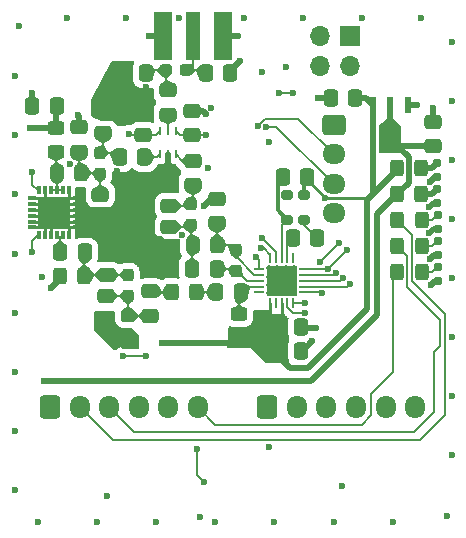
<source format=gtl>
%TF.GenerationSoftware,KiCad,Pcbnew,8.0.8*%
%TF.CreationDate,2025-04-18T09:33:10-04:00*%
%TF.ProjectId,high-power-module,68696768-2d70-46f7-9765-722d6d6f6475,rev?*%
%TF.SameCoordinates,Original*%
%TF.FileFunction,Copper,L1,Top*%
%TF.FilePolarity,Positive*%
%FSLAX46Y46*%
G04 Gerber Fmt 4.6, Leading zero omitted, Abs format (unit mm)*
G04 Created by KiCad (PCBNEW 8.0.8) date 2025-04-18 09:33:10*
%MOMM*%
%LPD*%
G01*
G04 APERTURE LIST*
G04 Aperture macros list*
%AMRoundRect*
0 Rectangle with rounded corners*
0 $1 Rounding radius*
0 $2 $3 $4 $5 $6 $7 $8 $9 X,Y pos of 4 corners*
0 Add a 4 corners polygon primitive as box body*
4,1,4,$2,$3,$4,$5,$6,$7,$8,$9,$2,$3,0*
0 Add four circle primitives for the rounded corners*
1,1,$1+$1,$2,$3*
1,1,$1+$1,$4,$5*
1,1,$1+$1,$6,$7*
1,1,$1+$1,$8,$9*
0 Add four rect primitives between the rounded corners*
20,1,$1+$1,$2,$3,$4,$5,0*
20,1,$1+$1,$4,$5,$6,$7,0*
20,1,$1+$1,$6,$7,$8,$9,0*
20,1,$1+$1,$8,$9,$2,$3,0*%
%AMFreePoly0*
4,1,9,1.039800,-1.173200,0.379400,-1.808200,0.379400,-2.300000,-0.179400,-2.300000,-0.179400,-1.782800,-0.839800,-1.173200,-0.839800,1.112800,1.039800,1.112800,1.039800,-1.173200,1.039800,-1.173200,$1*%
G04 Aperture macros list end*
%TA.AperFunction,SMDPad,CuDef*%
%ADD10RoundRect,0.250000X-0.325000X-0.450000X0.325000X-0.450000X0.325000X0.450000X-0.325000X0.450000X0*%
%TD*%
%TA.AperFunction,SMDPad,CuDef*%
%ADD11RoundRect,0.250000X-0.475000X0.337500X-0.475000X-0.337500X0.475000X-0.337500X0.475000X0.337500X0*%
%TD*%
%TA.AperFunction,SMDPad,CuDef*%
%ADD12RoundRect,0.250000X0.325000X0.450000X-0.325000X0.450000X-0.325000X-0.450000X0.325000X-0.450000X0*%
%TD*%
%TA.AperFunction,SMDPad,CuDef*%
%ADD13RoundRect,0.250000X-0.337500X-0.475000X0.337500X-0.475000X0.337500X0.475000X-0.337500X0.475000X0*%
%TD*%
%TA.AperFunction,SMDPad,CuDef*%
%ADD14RoundRect,0.237500X0.237500X-0.287500X0.237500X0.287500X-0.237500X0.287500X-0.237500X-0.287500X0*%
%TD*%
%TA.AperFunction,SMDPad,CuDef*%
%ADD15RoundRect,0.160000X-0.160000X0.197500X-0.160000X-0.197500X0.160000X-0.197500X0.160000X0.197500X0*%
%TD*%
%TA.AperFunction,SMDPad,CuDef*%
%ADD16RoundRect,0.250000X0.350000X-0.275000X0.350000X0.275000X-0.350000X0.275000X-0.350000X-0.275000X0*%
%TD*%
%TA.AperFunction,SMDPad,CuDef*%
%ADD17RoundRect,0.237500X-0.237500X0.287500X-0.237500X-0.287500X0.237500X-0.287500X0.237500X0.287500X0*%
%TD*%
%TA.AperFunction,SMDPad,CuDef*%
%ADD18RoundRect,0.250000X0.475000X-0.337500X0.475000X0.337500X-0.475000X0.337500X-0.475000X-0.337500X0*%
%TD*%
%TA.AperFunction,SMDPad,CuDef*%
%ADD19RoundRect,0.200000X-0.300000X0.200000X-0.300000X-0.200000X0.300000X-0.200000X0.300000X0.200000X0*%
%TD*%
%TA.AperFunction,SMDPad,CuDef*%
%ADD20RoundRect,0.250000X0.337500X0.475000X-0.337500X0.475000X-0.337500X-0.475000X0.337500X-0.475000X0*%
%TD*%
%TA.AperFunction,SMDPad,CuDef*%
%ADD21RoundRect,0.062500X0.062500X-0.262500X0.062500X0.262500X-0.062500X0.262500X-0.062500X-0.262500X0*%
%TD*%
%TA.AperFunction,SMDPad,CuDef*%
%ADD22R,1.270000X4.064000*%
%TD*%
%TA.AperFunction,SMDPad,CuDef*%
%ADD23R,1.524000X4.064000*%
%TD*%
%TA.AperFunction,SMDPad,CuDef*%
%ADD24O,0.380000X0.700000*%
%TD*%
%TA.AperFunction,SMDPad,CuDef*%
%ADD25O,0.700000X0.380000*%
%TD*%
%TA.AperFunction,ComponentPad*%
%ADD26C,0.500000*%
%TD*%
%TA.AperFunction,SMDPad,CuDef*%
%ADD27R,2.700000X2.700000*%
%TD*%
%TA.AperFunction,SMDPad,CuDef*%
%ADD28R,0.482600X1.422400*%
%TD*%
%TA.AperFunction,SMDPad,CuDef*%
%ADD29FreePoly0,180.000000*%
%TD*%
%TA.AperFunction,SMDPad,CuDef*%
%ADD30R,0.558800X1.422400*%
%TD*%
%TA.AperFunction,ComponentPad*%
%ADD31RoundRect,0.250000X-0.600000X-0.725000X0.600000X-0.725000X0.600000X0.725000X-0.600000X0.725000X0*%
%TD*%
%TA.AperFunction,ComponentPad*%
%ADD32O,1.700000X1.950000*%
%TD*%
%TA.AperFunction,SMDPad,CuDef*%
%ADD33RoundRect,0.062500X-0.362500X-0.062500X0.362500X-0.062500X0.362500X0.062500X-0.362500X0.062500X0*%
%TD*%
%TA.AperFunction,SMDPad,CuDef*%
%ADD34RoundRect,0.062500X-0.062500X-0.362500X0.062500X-0.362500X0.062500X0.362500X-0.062500X0.362500X0*%
%TD*%
%TA.AperFunction,HeatsinkPad*%
%ADD35C,0.500000*%
%TD*%
%TA.AperFunction,HeatsinkPad*%
%ADD36R,2.600000X2.600000*%
%TD*%
%TA.AperFunction,SMDPad,CuDef*%
%ADD37RoundRect,0.250000X-0.450000X0.325000X-0.450000X-0.325000X0.450000X-0.325000X0.450000X0.325000X0*%
%TD*%
%TA.AperFunction,SMDPad,CuDef*%
%ADD38RoundRect,0.250000X0.450000X-0.325000X0.450000X0.325000X-0.450000X0.325000X-0.450000X-0.325000X0*%
%TD*%
%TA.AperFunction,SMDPad,CuDef*%
%ADD39RoundRect,0.237500X-0.287500X-0.237500X0.287500X-0.237500X0.287500X0.237500X-0.287500X0.237500X0*%
%TD*%
%TA.AperFunction,ComponentPad*%
%ADD40RoundRect,0.250000X-0.725000X0.600000X-0.725000X-0.600000X0.725000X-0.600000X0.725000X0.600000X0*%
%TD*%
%TA.AperFunction,ComponentPad*%
%ADD41O,1.950000X1.700000*%
%TD*%
%TA.AperFunction,ComponentPad*%
%ADD42R,1.700000X1.700000*%
%TD*%
%TA.AperFunction,ComponentPad*%
%ADD43O,1.700000X1.700000*%
%TD*%
%TA.AperFunction,ViaPad*%
%ADD44C,0.600000*%
%TD*%
%TA.AperFunction,Conductor*%
%ADD45C,0.156464*%
%TD*%
%TA.AperFunction,Conductor*%
%ADD46C,0.254000*%
%TD*%
%TA.AperFunction,Conductor*%
%ADD47C,0.508000*%
%TD*%
%TA.AperFunction,Conductor*%
%ADD48C,0.152400*%
%TD*%
%TA.AperFunction,Conductor*%
%ADD49C,0.304800*%
%TD*%
%TA.AperFunction,Conductor*%
%ADD50C,0.200000*%
%TD*%
G04 APERTURE END LIST*
D10*
%TO.P,L3,1,1*%
%TO.N,Net-(L2-Pad2)*%
X129100000Y-83987500D03*
%TO.P,L3,2,2*%
%TO.N,Net-(C6-Pad2)*%
X131150000Y-83987500D03*
%TD*%
D11*
%TO.P,CM6,1*%
%TO.N,Net-(CM6-Pad1)*%
X138600000Y-88525000D03*
%TO.P,CM6,2*%
%TO.N,GND*%
X138600000Y-90600000D03*
%TD*%
D12*
%TO.P,GP3,1,K*%
%TO.N,Net-(GPIO3-K)*%
X159950000Y-88000000D03*
%TO.P,GP3,2,A*%
%TO.N,GPIO3*%
X157900000Y-88000000D03*
%TD*%
D13*
%TO.P,C1,1*%
%TO.N,GND*%
X152262500Y-77600000D03*
%TO.P,C1,2*%
%TO.N,+3.3V*%
X154337500Y-77600000D03*
%TD*%
D11*
%TO.P,CM4,1*%
%TO.N,Net-(CM3-Pad2)*%
X133200000Y-94362500D03*
%TO.P,CM4,2*%
%TO.N,GND*%
X133200000Y-96437500D03*
%TD*%
D14*
%TO.P,LM2,1,1*%
%TO.N,Net-(CM3-Pad2)*%
X135100000Y-94375000D03*
%TO.P,LM2,2,2*%
%TO.N,Net-(C2-Pad2)*%
X135100000Y-92625000D03*
%TD*%
D11*
%TO.P,C8,1*%
%TO.N,GND*%
X136400000Y-78700000D03*
%TO.P,C8,2*%
%TO.N,GPIO3*%
X136400000Y-80775000D03*
%TD*%
D15*
%TO.P,R6,1*%
%TO.N,Net-(GPIO2-K)*%
X161325000Y-89700000D03*
%TO.P,R6,2*%
%TO.N,GND*%
X161325000Y-90895000D03*
%TD*%
D12*
%TO.P,3V3,1,K*%
%TO.N,Net-(3V3-K)*%
X159925000Y-83600000D03*
%TO.P,3V3,2,A*%
%TO.N,+3.3V*%
X157875000Y-83600000D03*
%TD*%
D16*
%TO.P,LM4,1,1*%
%TO.N,GND*%
X135100000Y-98350000D03*
%TO.P,LM4,2,2*%
%TO.N,Net-(CM3-Pad2)*%
X135100000Y-96050000D03*
%TD*%
D13*
%TO.P,CB3,1*%
%TO.N,XO_IN*%
X149062500Y-89525000D03*
%TO.P,CB3,2*%
%TO.N,Net-(TCXO1-OUTPUT)*%
X151137500Y-89525000D03*
%TD*%
D11*
%TO.P,CM3,1*%
%TO.N,Net-(CM3-Pad1)*%
X137000000Y-94000000D03*
%TO.P,CM3,2*%
%TO.N,Net-(CM3-Pad2)*%
X137000000Y-96075000D03*
%TD*%
D15*
%TO.P,R12,1*%
%TO.N,Net-(3V3-K)*%
X161300000Y-83102500D03*
%TO.P,R12,2*%
%TO.N,GND*%
X161300000Y-84297500D03*
%TD*%
D17*
%TO.P,LR1,1,1*%
%TO.N,RXp*%
X144200000Y-90525000D03*
%TO.P,LR1,2,2*%
%TO.N,RXn*%
X144200000Y-92275000D03*
%TD*%
D12*
%TO.P,LR2,1,1*%
%TO.N,RXp*%
X142625000Y-90100000D03*
%TO.P,LR2,2,2*%
%TO.N,Net-(CM6-Pad1)*%
X140575000Y-90100000D03*
%TD*%
D18*
%TO.P,CM5,1*%
%TO.N,Net-(C2-Pad2)*%
X133300000Y-92600000D03*
%TO.P,CM5,2*%
%TO.N,GND*%
X133300000Y-90525000D03*
%TD*%
D12*
%TO.P,IRQ1,1,K*%
%TO.N,Net-(IRQ1-K)*%
X159950000Y-92400000D03*
%TO.P,IRQ1,2,A*%
%TO.N,IRQ*%
X157900000Y-92400000D03*
%TD*%
D19*
%TO.P,TCXO1,1,NC*%
%TO.N,unconnected-(TCXO1-NC-Pad1)*%
X148562500Y-85850000D03*
%TO.P,TCXO1,2,GND*%
%TO.N,GNDX*%
X148562500Y-87950000D03*
%TO.P,TCXO1,3,OUTPUT*%
%TO.N,Net-(TCXO1-OUTPUT)*%
X149962500Y-87950000D03*
%TO.P,TCXO1,4,VCC*%
%TO.N,+3.3V*%
X149962500Y-85850000D03*
%TD*%
D15*
%TO.P,R10,1*%
%TO.N,Net-(IRQ1-K)*%
X161325000Y-91905000D03*
%TO.P,R10,2*%
%TO.N,GND*%
X161325000Y-93100000D03*
%TD*%
D20*
%TO.P,CR2,1*%
%TO.N,RXn*%
X142600000Y-92100000D03*
%TO.P,CR2,2*%
%TO.N,Net-(CM6-Pad1)*%
X140525000Y-92100000D03*
%TD*%
D12*
%TO.P,GP2,1,K*%
%TO.N,Net-(GPIO2-K)*%
X159950000Y-90200000D03*
%TO.P,GP2,2,A*%
%TO.N,GPIO2*%
X157900000Y-90200000D03*
%TD*%
D21*
%TO.P,RFS1,1,RF1*%
%TO.N,Net-(RFS1-RF1)*%
X137840000Y-82400000D03*
%TO.P,RFS1,2,GND*%
%TO.N,GND*%
X138490000Y-82400000D03*
%TO.P,RFS1,3,RF2*%
%TO.N,Net-(RFS1-RF2)*%
X139140000Y-82400000D03*
%TO.P,RFS1,4,VC2*%
%TO.N,GPIO2*%
X139140000Y-80400000D03*
%TO.P,RFS1,5,RFC*%
%TO.N,Net-(RFS1-RFC)*%
X138490000Y-80400000D03*
%TO.P,RFS1,6,VC1*%
%TO.N,GPIO3*%
X137840000Y-80400000D03*
%TD*%
D20*
%TO.P,CM1,1*%
%TO.N,Net-(CB4-Pad2)*%
X136600000Y-75550000D03*
%TO.P,CM1,2*%
%TO.N,GND*%
X134525000Y-75550000D03*
%TD*%
%TO.P,CD1,1*%
%TO.N,+3.3V*%
X150287500Y-84300000D03*
%TO.P,CD1,2*%
%TO.N,GNDX*%
X148212500Y-84300000D03*
%TD*%
D18*
%TO.P,C9,1*%
%TO.N,GPIO2*%
X140500000Y-80800000D03*
%TO.P,C9,2*%
%TO.N,GND*%
X140500000Y-78725000D03*
%TD*%
D15*
%TO.P,R5,1*%
%TO.N,Net-(GPIO3-K)*%
X161325000Y-87502500D03*
%TO.P,R5,2*%
%TO.N,GND*%
X161325000Y-88697500D03*
%TD*%
D18*
%TO.P,CM7,1*%
%TO.N,RF1*%
X138600000Y-86775000D03*
%TO.P,CM7,2*%
%TO.N,GND*%
X138600000Y-84700000D03*
%TD*%
D22*
%TO.P,J2,1,In*%
%TO.N,Net-(J2-In)*%
X140600000Y-72400000D03*
D23*
%TO.P,J2,2,Ext*%
%TO.N,GND*%
X143140000Y-72400000D03*
X138060000Y-72400000D03*
%TD*%
D12*
%TO.P,L0,1,1*%
%TO.N,Net-(C0-Pad2)*%
X140850000Y-94100000D03*
%TO.P,L0,2,2*%
%TO.N,Net-(CM3-Pad1)*%
X138800000Y-94100000D03*
%TD*%
D24*
%TO.P,PA1,1,Vbias*%
%TO.N,Net-(PA1-Vbias)*%
X127600000Y-89230000D03*
%TO.P,PA1,2,GND*%
%TO.N,GND*%
X128100000Y-89230000D03*
%TO.P,PA1,3,GND*%
X128600000Y-89230000D03*
%TO.P,PA1,4,RFin*%
%TO.N,PAin*%
X129100000Y-89230000D03*
%TO.P,PA1,5,RFin*%
X129600000Y-89230000D03*
%TO.P,PA1,6,GND*%
%TO.N,GND*%
X130100000Y-89230000D03*
D25*
%TO.P,PA1,7,GND*%
X130740000Y-88590000D03*
%TO.P,PA1,8,GND*%
X130740000Y-88090000D03*
%TO.P,PA1,9,GND*%
X130740000Y-87590000D03*
%TO.P,PA1,10,GND*%
X130740000Y-87090000D03*
%TO.P,PA1,11,GND*%
X130740000Y-86590000D03*
%TO.P,PA1,12,GND*%
X130740000Y-86090000D03*
D24*
%TO.P,PA1,13,GND*%
X130100000Y-85450000D03*
%TO.P,PA1,14,RFout*%
%TO.N,Net-(L2-Pad2)*%
X129600000Y-85450000D03*
%TO.P,PA1,15,RFout*%
X129100000Y-85450000D03*
%TO.P,PA1,16,RFout*%
X128600000Y-85450000D03*
%TO.P,PA1,17,GND*%
%TO.N,GND*%
X128100000Y-85450000D03*
%TO.P,PA1,18,Iref*%
%TO.N,Net-(PA1-Iref)*%
X127600000Y-85450000D03*
D25*
%TO.P,PA1,19,GND*%
%TO.N,GND*%
X126960000Y-86090000D03*
%TO.P,PA1,20,GND*%
X126960000Y-86590000D03*
%TO.P,PA1,21,GND*%
X126960000Y-87090000D03*
%TO.P,PA1,22,GND*%
X126960000Y-87590000D03*
%TO.P,PA1,23,GND*%
X126960000Y-88090000D03*
%TO.P,PA1,24,GND*%
X126960000Y-88590000D03*
D26*
%TO.P,PA1,25,GND*%
X127890000Y-88300000D03*
X128530000Y-88300000D03*
X129170000Y-88300000D03*
X129810000Y-88300000D03*
X127890000Y-87660000D03*
X128530000Y-87660000D03*
X129170000Y-87660000D03*
X129810000Y-87660000D03*
D27*
X128850000Y-87340000D03*
D26*
X127890000Y-87020000D03*
X128530000Y-87020000D03*
X129170000Y-87020000D03*
X129810000Y-87020000D03*
X127890000Y-86380000D03*
X128530000Y-86380000D03*
X129170000Y-86380000D03*
X129810000Y-86380000D03*
%TD*%
D13*
%TO.P,C2,1*%
%TO.N,PAin*%
X129362500Y-90700000D03*
%TO.P,C2,2*%
%TO.N,Net-(C2-Pad2)*%
X131437500Y-90700000D03*
%TD*%
%TO.P,CM2,1*%
%TO.N,Net-(J2-In)*%
X141665000Y-75550000D03*
%TO.P,CM2,2*%
%TO.N,GND*%
X143740000Y-75550000D03*
%TD*%
D18*
%TO.P,CB4,1*%
%TO.N,Net-(RFS1-RFC)*%
X138490000Y-79037500D03*
%TO.P,CB4,2*%
%TO.N,Net-(CB4-Pad2)*%
X138490000Y-76962500D03*
%TD*%
D13*
%TO.P,CD3,1*%
%TO.N,+3.3V*%
X147675000Y-99025000D03*
%TO.P,CD3,2*%
%TO.N,GND*%
X149750000Y-99025000D03*
%TD*%
D20*
%TO.P,C5,1*%
%TO.N,+5V*%
X129050000Y-78337500D03*
%TO.P,C5,2*%
%TO.N,GND*%
X126975000Y-78337500D03*
%TD*%
D13*
%TO.P,CD2,1*%
%TO.N,+3.3V*%
X147675000Y-97025000D03*
%TO.P,CD2,2*%
%TO.N,GND*%
X149750000Y-97025000D03*
%TD*%
D12*
%TO.P,5V0,1,K*%
%TO.N,Net-(5V0-K)*%
X159925000Y-85797500D03*
%TO.P,5V0,2,A*%
%TO.N,+5V*%
X157875000Y-85797500D03*
%TD*%
D11*
%TO.P,CR1,1*%
%TO.N,GND*%
X142600000Y-86162500D03*
%TO.P,CR1,2*%
%TO.N,RXp*%
X142600000Y-88237500D03*
%TD*%
D28*
%TO.P,U3,1*%
%TO.N,GND*%
X158800000Y-78188800D03*
D29*
%TO.P,U3,2*%
%TO.N,+5V*%
X157400000Y-81200000D03*
D30*
X157300000Y-78188800D03*
D28*
%TO.P,U3,3*%
%TO.N,+3.3V*%
X155800000Y-78188800D03*
%TD*%
D31*
%TO.P,J3,1,Pin_1*%
%TO.N,SDN*%
X128500000Y-103800000D03*
D32*
%TO.P,J3,2,Pin_2*%
%TO.N,GPIO3*%
X131000000Y-103800000D03*
%TO.P,J3,3,Pin_3*%
%TO.N,GPIO2*%
X133500000Y-103800000D03*
%TO.P,J3,4,Pin_4*%
%TO.N,GPIO1*%
X136000000Y-103800000D03*
%TO.P,J3,5,Pin_5*%
%TO.N,GPIO0*%
X138500000Y-103800000D03*
%TO.P,J3,6,Pin_6*%
%TO.N,IRQ*%
X141000000Y-103800000D03*
%TD*%
D18*
%TO.P,C6,1*%
%TO.N,GND*%
X132750000Y-87887500D03*
%TO.P,C6,2*%
%TO.N,Net-(C6-Pad2)*%
X132750000Y-85812500D03*
%TD*%
D14*
%TO.P,LM6,1,1*%
%TO.N,Net-(C6-Pad2)*%
X132750000Y-84050000D03*
%TO.P,LM6,2,2*%
%TO.N,RF2*%
X132750000Y-82300000D03*
%TD*%
D31*
%TO.P,J1,1,Pin_1*%
%TO.N,CS*%
X146900000Y-103800000D03*
D32*
%TO.P,J1,2,Pin_2*%
%TO.N,MOSI*%
X149400000Y-103800000D03*
%TO.P,J1,3,Pin_3*%
%TO.N,MISO*%
X151900000Y-103800000D03*
%TO.P,J1,4,Pin_4*%
%TO.N,SCLK*%
X154400000Y-103800000D03*
%TO.P,J1,5,Pin_5*%
%TO.N,GND*%
X156900000Y-103800000D03*
%TO.P,J1,6,Pin_6*%
%TO.N,VIN*%
X159400000Y-103800000D03*
%TD*%
D20*
%TO.P,CB1,1*%
%TO.N,Net-(RFS1-RF1)*%
X136487500Y-82650000D03*
%TO.P,CB1,2*%
%TO.N,RF2*%
X134412500Y-82650000D03*
%TD*%
D33*
%TO.P,U1,1,SDN*%
%TO.N,SDN*%
X146175000Y-92100000D03*
%TO.P,U1,2,RXp*%
%TO.N,RXp*%
X146175000Y-92600000D03*
%TO.P,U1,3,RXn*%
%TO.N,RXn*%
X146175000Y-93100000D03*
%TO.P,U1,4,TX*%
%TO.N,TX*%
X146175000Y-93600000D03*
%TO.P,U1,5,NC*%
%TO.N,unconnected-(U1-NC-Pad5)*%
X146175000Y-94100000D03*
D34*
%TO.P,U1,6,VDD*%
%TO.N,+3.3V*%
X147100000Y-95025000D03*
%TO.P,U1,7,TXRAMP*%
%TO.N,unconnected-(U1-TXRAMP-Pad7)*%
X147600000Y-95025000D03*
%TO.P,U1,8,VDD*%
%TO.N,+3.3V*%
X148100000Y-95025000D03*
%TO.P,U1,9,GPIO0*%
%TO.N,GPIO0*%
X148600000Y-95025000D03*
%TO.P,U1,10,GPIO1*%
%TO.N,GPIO1*%
X149100000Y-95025000D03*
D33*
%TO.P,U1,11,~{IRQ}*%
%TO.N,IRQ*%
X150025000Y-94100000D03*
%TO.P,U1,12,SCLK*%
%TO.N,SCLK*%
X150025000Y-93600000D03*
%TO.P,U1,13,SDO*%
%TO.N,MISO*%
X150025000Y-93100000D03*
%TO.P,U1,14,SDI*%
%TO.N,MOSI*%
X150025000Y-92600000D03*
%TO.P,U1,15,~{SEL}*%
%TO.N,CS*%
X150025000Y-92100000D03*
D34*
%TO.P,U1,16,XOUT*%
%TO.N,unconnected-(U1-XOUT-Pad16)*%
X149100000Y-91175000D03*
%TO.P,U1,17,XIN*%
%TO.N,XO_IN*%
X148600000Y-91175000D03*
%TO.P,U1,18,GND*%
%TO.N,GNDX*%
X148100000Y-91175000D03*
%TO.P,U1,19,GPIO2*%
%TO.N,GPIO2*%
X147600000Y-91175000D03*
%TO.P,U1,20,GPIO3*%
%TO.N,GPIO3*%
X147100000Y-91175000D03*
D35*
%TO.P,U1,21,GND*%
%TO.N,GND*%
X147050000Y-92050000D03*
X147050000Y-92750000D03*
X147050000Y-93450000D03*
X147050000Y-94150000D03*
X147750000Y-92050000D03*
X147750000Y-92750000D03*
X147750000Y-93450000D03*
X147750000Y-94150000D03*
D36*
X148100000Y-93100000D03*
D35*
X148450000Y-92050000D03*
X148450000Y-92750000D03*
X148450000Y-93450000D03*
X148450000Y-94150000D03*
X149150000Y-92050000D03*
X149150000Y-92750000D03*
X149150000Y-93450000D03*
X149150000Y-94150000D03*
%TD*%
D10*
%TO.P,L1,1,1*%
%TO.N,GND*%
X129350000Y-92700000D03*
%TO.P,L1,2,2*%
%TO.N,Net-(C2-Pad2)*%
X131400000Y-92700000D03*
%TD*%
D18*
%TO.P,C7,1*%
%TO.N,+5V*%
X160900000Y-81700000D03*
%TO.P,C7,2*%
%TO.N,GND*%
X160900000Y-79625000D03*
%TD*%
D20*
%TO.P,C0,1*%
%TO.N,TX*%
X144637500Y-94100000D03*
%TO.P,C0,2*%
%TO.N,Net-(C0-Pad2)*%
X142562500Y-94100000D03*
%TD*%
D18*
%TO.P,CB2,1*%
%TO.N,RF1*%
X140600000Y-85000000D03*
%TO.P,CB2,2*%
%TO.N,Net-(RFS1-RF2)*%
X140600000Y-82925000D03*
%TD*%
D37*
%TO.P,L2,1,1*%
%TO.N,+5V*%
X129000000Y-80137500D03*
%TO.P,L2,2,2*%
%TO.N,Net-(L2-Pad2)*%
X129000000Y-82187500D03*
%TD*%
D14*
%TO.P,LM5,1,1*%
%TO.N,Net-(CM6-Pad1)*%
X140400000Y-88375000D03*
%TO.P,LM5,2,2*%
%TO.N,RF1*%
X140400000Y-86625000D03*
%TD*%
D15*
%TO.P,R4,1*%
%TO.N,Net-(5V0-K)*%
X161300000Y-85300000D03*
%TO.P,R4,2*%
%TO.N,GND*%
X161300000Y-86495000D03*
%TD*%
D38*
%TO.P,LChoke1,1,1*%
%TO.N,+3.3V*%
X144500000Y-98000000D03*
%TO.P,LChoke1,2,2*%
%TO.N,TX*%
X144500000Y-95950000D03*
%TD*%
D39*
%TO.P,LM1,1,1*%
%TO.N,Net-(CB4-Pad2)*%
X138290000Y-75300000D03*
%TO.P,LM1,2,2*%
%TO.N,Net-(J2-In)*%
X140040000Y-75300000D03*
%TD*%
D18*
%TO.P,CM8,1*%
%TO.N,Net-(C6-Pad2)*%
X130950000Y-82187500D03*
%TO.P,CM8,2*%
%TO.N,GND*%
X130950000Y-80112500D03*
%TD*%
%TO.P,CM9,1*%
%TO.N,RF2*%
X133000000Y-80637500D03*
%TO.P,CM9,2*%
%TO.N,GND*%
X133000000Y-78562500D03*
%TD*%
D40*
%TO.P,J7,1,Pin_1*%
%TO.N,VIN*%
X152500000Y-79900000D03*
D41*
%TO.P,J7,2,Pin_2*%
%TO.N,STX*%
X152500000Y-82400000D03*
%TO.P,J7,3,Pin_3*%
%TO.N,SRX*%
X152500000Y-84900000D03*
%TO.P,J7,4,Pin_4*%
%TO.N,GND*%
X152500000Y-87400000D03*
%TD*%
D42*
%TO.P,J5,1,Pin_1*%
%TO.N,NRST*%
X153900000Y-72400000D03*
D43*
%TO.P,J5,2,Pin_2*%
%TO.N,SWDIO*%
X151360000Y-72400000D03*
%TO.P,J5,3,Pin_3*%
%TO.N,GND*%
X153900000Y-74940000D03*
%TO.P,J5,4,Pin_4*%
%TO.N,SWCLK*%
X151360000Y-74940000D03*
%TD*%
D44*
%TO.N,GND*%
X149900000Y-70900000D03*
X135200000Y-87900000D03*
X147000000Y-107200000D03*
X160652898Y-91239380D03*
X133400000Y-89400000D03*
X162500000Y-92900000D03*
X162500000Y-82900000D03*
X141900000Y-83544160D03*
X144900000Y-70900000D03*
X136600000Y-76725000D03*
X142100000Y-78489500D03*
X134200000Y-89700000D03*
X141533001Y-86791999D03*
X125500000Y-95800000D03*
X152500000Y-113500000D03*
X127000000Y-77200000D03*
X162500000Y-87900000D03*
X134200000Y-83825000D03*
X150700000Y-98200000D03*
X162100000Y-113000000D03*
X134011358Y-87888642D03*
X125500000Y-105800000D03*
X136900000Y-72400000D03*
X144450000Y-72400000D03*
X137400000Y-84700000D03*
X134500000Y-76700000D03*
X157500000Y-113500000D03*
X160712917Y-93488626D03*
X134000000Y-98400000D03*
X125500000Y-85800000D03*
X162500000Y-102900000D03*
X147500000Y-113500000D03*
X160643993Y-84746853D03*
X162500000Y-97900000D03*
X162500000Y-107900000D03*
X133200000Y-97500000D03*
X153200000Y-110500000D03*
X139400000Y-70900000D03*
X139662822Y-89268805D03*
X142500000Y-113500000D03*
X154900000Y-70900000D03*
X141200000Y-113100000D03*
X130200000Y-83200000D03*
X129900000Y-70900000D03*
X136100000Y-91700000D03*
X146400000Y-75400000D03*
X151191852Y-77673000D03*
X160600000Y-89100000D03*
X127800000Y-92800000D03*
X134900000Y-70900000D03*
X137500000Y-113500000D03*
X139200000Y-92000000D03*
X125500000Y-90800000D03*
X162500000Y-72900000D03*
X138500000Y-83200000D03*
X137800000Y-89600000D03*
X148500000Y-75000000D03*
X144590420Y-74473800D03*
X125500000Y-110800000D03*
X130900000Y-79100000D03*
X135300000Y-78700000D03*
X160596000Y-86900000D03*
X159900000Y-70900000D03*
X132500000Y-113500000D03*
X125500000Y-80800000D03*
X125900000Y-71500000D03*
X128600000Y-93700000D03*
X159600000Y-78200000D03*
X162500000Y-77900000D03*
X133350000Y-111300000D03*
X125500000Y-75800000D03*
X125500000Y-100800000D03*
X147000000Y-81400000D03*
X133000000Y-77600000D03*
X151000000Y-97100000D03*
X160900000Y-78500000D03*
X141700000Y-78973800D03*
X127500000Y-113500000D03*
%TO.N,Net-(PA1-Vbias)*%
X126958000Y-90700000D03*
%TO.N,+5V*%
X126837500Y-80137500D03*
X128025000Y-101575000D03*
%TO.N,GPIO3*%
X135200000Y-80700000D03*
X146326244Y-90370402D03*
%TO.N,GPIO2*%
X141700000Y-80800000D03*
X146400000Y-89500000D03*
%TO.N,+3.3V*%
X151800000Y-86100000D03*
X138000000Y-98400000D03*
%TO.N,CS*%
X153600000Y-90500000D03*
X152026200Y-92073800D03*
%TO.N,GPIO1*%
X150100000Y-95000000D03*
%TO.N,GPIO0*%
X150100000Y-95800000D03*
%TO.N,IRQ*%
X151379866Y-91526200D03*
X152974159Y-89925842D03*
X151500000Y-94126200D03*
%TO.N,MOSI*%
X152678208Y-92444461D03*
%TO.N,SCLK*%
X153875425Y-93345414D03*
%TO.N,MISO*%
X153298007Y-92866779D03*
%TO.N,SDN*%
X136600000Y-99500000D03*
X145900000Y-91100000D03*
X134700000Y-99500000D03*
%TO.N,Net-(PA1-Iref)*%
X126958000Y-83900000D03*
%TO.N,Net-(Q2-G)*%
X141494600Y-110105400D03*
X140950000Y-107350000D03*
%TO.N,NRST*%
X147900000Y-77200000D03*
X149077000Y-77200000D03*
%TO.N,SRX*%
X146822600Y-80047758D03*
%TO.N,STX*%
X146072909Y-80026200D03*
%TD*%
D45*
%TO.N,Net-(C2-Pad2)*%
X135100000Y-92625000D02*
X133325000Y-92625000D01*
X133325000Y-92625000D02*
X133300000Y-92600000D01*
X131500000Y-92600000D02*
X131400000Y-92700000D01*
X133300000Y-92600000D02*
X131500000Y-92600000D01*
X131400000Y-90737500D02*
X131437500Y-90700000D01*
X131400000Y-92700000D02*
X131400000Y-90737500D01*
%TO.N,Net-(C6-Pad2)*%
X132750000Y-84050000D02*
X132750000Y-85812500D01*
X132687500Y-83987500D02*
X132750000Y-84050000D01*
X130950000Y-83787500D02*
X131150000Y-83987500D01*
X131150000Y-83987500D02*
X132687500Y-83987500D01*
X130950000Y-82187500D02*
X130950000Y-83787500D01*
D46*
%TO.N,GND*%
X130740000Y-88590000D02*
X130100000Y-88590000D01*
D47*
X133000000Y-78562500D02*
X133000000Y-77600000D01*
D46*
X127820000Y-87590000D02*
X127890000Y-87660000D01*
X127820000Y-87090000D02*
X127890000Y-87020000D01*
X130100000Y-85450000D02*
X130100000Y-86090000D01*
D47*
X138490000Y-83190000D02*
X138500000Y-83200000D01*
D46*
X129880000Y-87590000D02*
X129810000Y-87660000D01*
X128100000Y-85450000D02*
X128100000Y-86590000D01*
D47*
X138600000Y-90600000D02*
X138600000Y-90400000D01*
X161002500Y-88697500D02*
X160600000Y-89100000D01*
D46*
X128100000Y-86590000D02*
X128850000Y-87340000D01*
X130020000Y-86590000D02*
X129810000Y-86380000D01*
D47*
X126975000Y-77225000D02*
X127000000Y-77200000D01*
X132750000Y-87887500D02*
X134010217Y-87887500D01*
D46*
X126960000Y-86590000D02*
X127460000Y-86590000D01*
D47*
X133200000Y-96437500D02*
X133200000Y-97500000D01*
X126975000Y-78337500D02*
X126975000Y-77225000D01*
X142162500Y-86162500D02*
X141533001Y-86791999D01*
X152262500Y-77600000D02*
X151264852Y-77600000D01*
X134525000Y-75550000D02*
X134525000Y-76675000D01*
D46*
X127600000Y-88590000D02*
X127890000Y-88300000D01*
X130740000Y-88090000D02*
X130020000Y-88090000D01*
D47*
X160997278Y-90895000D02*
X160652898Y-91239380D01*
X138600000Y-90600000D02*
X138511191Y-90600000D01*
X161300000Y-84297500D02*
X161093346Y-84297500D01*
X130950000Y-79150000D02*
X130900000Y-79100000D01*
X134011359Y-87888642D02*
X134022718Y-87900001D01*
D46*
X128530000Y-88300000D02*
X128600000Y-88370000D01*
X127890000Y-88300000D02*
X128100000Y-88510000D01*
D47*
X133300000Y-90525000D02*
X133375000Y-90525000D01*
D46*
X130740000Y-86590000D02*
X130020000Y-86590000D01*
X128600000Y-88370000D02*
X128600000Y-89230000D01*
D47*
X134011358Y-87888642D02*
X134011359Y-87888642D01*
X129350000Y-92950000D02*
X128600000Y-93700000D01*
X130950000Y-80112500D02*
X130950000Y-79150000D01*
D46*
X130740000Y-87090000D02*
X129880000Y-87090000D01*
X127460000Y-86590000D02*
X127890000Y-87020000D01*
X130100000Y-86090000D02*
X128850000Y-87340000D01*
D47*
X134050000Y-98350000D02*
X134000000Y-98400000D01*
X161325000Y-93100000D02*
X161101543Y-93100000D01*
X151264852Y-77600000D02*
X151191852Y-77673000D01*
D46*
X126960000Y-87090000D02*
X127820000Y-87090000D01*
X130100000Y-86090000D02*
X129810000Y-86380000D01*
X130740000Y-86090000D02*
X130100000Y-86090000D01*
D47*
X135100000Y-98350000D02*
X134050000Y-98350000D01*
X138600000Y-84700000D02*
X137400000Y-84700000D01*
X138600000Y-90400000D02*
X137800000Y-89600000D01*
D46*
X127600000Y-86090000D02*
X127890000Y-86380000D01*
D47*
X140500000Y-78725000D02*
X141451200Y-78725000D01*
X136400000Y-78700000D02*
X135300000Y-78700000D01*
X160900000Y-79625000D02*
X160900000Y-78500000D01*
D46*
X130100000Y-88590000D02*
X130100000Y-89230000D01*
D47*
X149775000Y-97100000D02*
X151000000Y-97100000D01*
D46*
X130020000Y-88090000D02*
X129810000Y-88300000D01*
X127460000Y-88090000D02*
X127890000Y-87660000D01*
D47*
X161101543Y-93100000D02*
X160712917Y-93488626D01*
X149800000Y-99100000D02*
X150700000Y-98200000D01*
X161325000Y-90895000D02*
X160997278Y-90895000D01*
X143740000Y-75324220D02*
X144590420Y-74473800D01*
X138490000Y-82400000D02*
X138490000Y-83190000D01*
D46*
X130100000Y-88590000D02*
X129810000Y-88300000D01*
D47*
X134011358Y-87888641D02*
X134011358Y-87888642D01*
X138060000Y-72400000D02*
X136900000Y-72400000D01*
X133375000Y-90525000D02*
X134200000Y-89700000D01*
X143140000Y-72400000D02*
X144450000Y-72400000D01*
X161093346Y-84297500D02*
X160643993Y-84746853D01*
D46*
X128100000Y-88510000D02*
X128100000Y-89230000D01*
D47*
X141451200Y-78725000D02*
X141700000Y-78973800D01*
X129350000Y-92700000D02*
X129350000Y-92950000D01*
X134010217Y-87887500D02*
X134011358Y-87888641D01*
X143740000Y-75550000D02*
X143740000Y-75324220D01*
X161001000Y-86495000D02*
X160596000Y-86900000D01*
X158800000Y-78188800D02*
X159588800Y-78188800D01*
D46*
X126960000Y-87590000D02*
X127820000Y-87590000D01*
X129880000Y-87090000D02*
X129810000Y-87020000D01*
X126960000Y-86090000D02*
X127600000Y-86090000D01*
X126960000Y-88590000D02*
X127600000Y-88590000D01*
X130740000Y-87590000D02*
X129880000Y-87590000D01*
D47*
X161325000Y-88697500D02*
X161002500Y-88697500D01*
X161300000Y-86495000D02*
X161001000Y-86495000D01*
X134525000Y-76675000D02*
X134500000Y-76700000D01*
D46*
X126960000Y-88090000D02*
X127460000Y-88090000D01*
D47*
X142600000Y-86162500D02*
X142162500Y-86162500D01*
X159588800Y-78188800D02*
X159600000Y-78200000D01*
D48*
%TO.N,Net-(PA1-Vbias)*%
X126958000Y-90700000D02*
X126958000Y-89742000D01*
X126958000Y-89742000D02*
X127470000Y-89230000D01*
X127470000Y-89230000D02*
X127600000Y-89230000D01*
D47*
%TO.N,+5V*%
X157900000Y-81700000D02*
X157400000Y-81200000D01*
X129000000Y-80137500D02*
X126837500Y-80137500D01*
X156200000Y-96000000D02*
X150600000Y-101600000D01*
X157875000Y-85797500D02*
X158854000Y-84818500D01*
X156200000Y-87472500D02*
X156200000Y-96000000D01*
X158854000Y-82654000D02*
X157400000Y-81200000D01*
X150600000Y-101600000D02*
X128050000Y-101600000D01*
X157875000Y-85797500D02*
X156200000Y-87472500D01*
X129000000Y-80137500D02*
X129000000Y-78387500D01*
X129000000Y-78387500D02*
X129050000Y-78337500D01*
X160900000Y-81700000D02*
X157900000Y-81700000D01*
X158854000Y-84818500D02*
X158854000Y-82654000D01*
X128050000Y-101600000D02*
X128025000Y-101575000D01*
D45*
%TO.N,RF2*%
X132750000Y-82300000D02*
X134062500Y-82300000D01*
X133000000Y-80637500D02*
X133000000Y-82050000D01*
X133000000Y-82050000D02*
X132750000Y-82300000D01*
X134062500Y-82300000D02*
X134412500Y-82650000D01*
D48*
%TO.N,GPIO3*%
X135275000Y-80775000D02*
X135200000Y-80700000D01*
X159148800Y-93148800D02*
X159148800Y-89248800D01*
X137465000Y-80775000D02*
X137375000Y-80775000D01*
X161900000Y-104500000D02*
X161900000Y-95900000D01*
X131000000Y-103800000D02*
X133800000Y-106600000D01*
X136400000Y-80775000D02*
X135275000Y-80775000D01*
X137840000Y-80400000D02*
X137465000Y-80775000D01*
X146570402Y-90370402D02*
X146326244Y-90370402D01*
X159148800Y-89248800D02*
X157900000Y-88000000D01*
X136400000Y-80775000D02*
X137375000Y-80775000D01*
X159800000Y-106600000D02*
X161900000Y-104500000D01*
X147100000Y-90900000D02*
X146570402Y-90370402D01*
X133800000Y-106600000D02*
X159800000Y-106600000D01*
X147100000Y-91175000D02*
X147100000Y-90900000D01*
X161900000Y-95900000D02*
X159148800Y-93148800D01*
%TO.N,GPIO2*%
X139140000Y-80400000D02*
X139540000Y-80800000D01*
X161000000Y-99100000D02*
X161500000Y-98600000D01*
X161500000Y-96450158D02*
X158700000Y-93650158D01*
X133500000Y-103800000D02*
X135600000Y-105900000D01*
X161000000Y-104200000D02*
X161000000Y-99100000D01*
X158701200Y-93054176D02*
X158701200Y-91001200D01*
X161500000Y-98600000D02*
X161500000Y-96450158D01*
X139540000Y-80800000D02*
X140500000Y-80800000D01*
X158701200Y-91001200D02*
X157900000Y-90200000D01*
X135600000Y-105900000D02*
X159300000Y-105900000D01*
X158700000Y-93055376D02*
X158701200Y-93054176D01*
X158700000Y-93650158D02*
X158700000Y-93055376D01*
X159300000Y-105900000D02*
X161000000Y-104200000D01*
X147600000Y-90700000D02*
X146400000Y-89500000D01*
X140500000Y-80800000D02*
X141700000Y-80800000D01*
X147600000Y-91175000D02*
X147600000Y-90700000D01*
D45*
%TO.N,TX*%
X144500000Y-94237500D02*
X144637500Y-94100000D01*
X145137500Y-93600000D02*
X144637500Y-94100000D01*
X146175000Y-93600000D02*
X145137500Y-93600000D01*
X144500000Y-95875000D02*
X144500000Y-94237500D01*
%TO.N,Net-(RFS1-RF1)*%
X137590000Y-82650000D02*
X137840000Y-82400000D01*
X136487500Y-82650000D02*
X137590000Y-82650000D01*
%TO.N,Net-(RFS1-RF2)*%
X140600000Y-82925000D02*
X139665000Y-82925000D01*
X139665000Y-82925000D02*
X139140000Y-82400000D01*
%TO.N,RF1*%
X140600000Y-85000000D02*
X140600000Y-86425000D01*
X138600000Y-86775000D02*
X140250000Y-86775000D01*
X140600000Y-86425000D02*
X140400000Y-86625000D01*
X140250000Y-86775000D02*
X140400000Y-86625000D01*
D48*
%TO.N,Net-(TCXO1-OUTPUT)*%
X149962500Y-87950000D02*
X149962500Y-88350000D01*
X149962500Y-88350000D02*
X151137500Y-89525000D01*
%TO.N,XO_IN*%
X149062500Y-89525000D02*
X148600000Y-89987500D01*
X148600000Y-89987500D02*
X148600000Y-91175000D01*
D45*
%TO.N,Net-(CB4-Pad2)*%
X138290000Y-75300000D02*
X138290000Y-76762500D01*
X138290000Y-75300000D02*
X136850000Y-75300000D01*
X136850000Y-75300000D02*
X136600000Y-75550000D01*
X138290000Y-76762500D02*
X138490000Y-76962500D01*
X138490000Y-75500000D02*
X138290000Y-75300000D01*
%TO.N,Net-(RFS1-RFC)*%
X138490000Y-80400000D02*
X138490000Y-79037500D01*
D47*
%TO.N,+3.3V*%
X157875000Y-83600000D02*
X157875000Y-83700000D01*
D49*
X149962500Y-84625000D02*
X150287500Y-84300000D01*
D47*
X155800000Y-85775000D02*
X155300000Y-86275000D01*
X157875000Y-83700000D02*
X155800000Y-85775000D01*
X148800000Y-100500000D02*
X150300000Y-100500000D01*
X155211200Y-77600000D02*
X155800000Y-78188800D01*
D46*
X147675000Y-97025000D02*
X147100000Y-96450000D01*
D47*
X144100000Y-98400000D02*
X144500000Y-98000000D01*
D46*
X148100000Y-95025000D02*
X148100000Y-96600000D01*
D47*
X154337500Y-77600000D02*
X155211200Y-77600000D01*
D46*
X149877920Y-84177920D02*
X151800000Y-86100000D01*
D47*
X155300000Y-95500000D02*
X155300000Y-86867000D01*
D46*
X148100000Y-96600000D02*
X147675000Y-97025000D01*
X147100000Y-96450000D02*
X147100000Y-95025000D01*
D47*
X147900000Y-99600000D02*
X148800000Y-100500000D01*
X138000000Y-98400000D02*
X144100000Y-98400000D01*
X155800000Y-78188800D02*
X155800000Y-85775000D01*
D46*
X155125000Y-86100000D02*
X151800000Y-86100000D01*
D49*
X149962500Y-85850000D02*
X149962500Y-84625000D01*
D46*
X155300000Y-86275000D02*
X155125000Y-86100000D01*
D47*
X150300000Y-100500000D02*
X155300000Y-95500000D01*
X155300000Y-86867000D02*
X155300000Y-86275000D01*
D45*
%TO.N,Net-(J2-In)*%
X140600000Y-74800000D02*
X140600000Y-72400000D01*
X140100000Y-75300000D02*
X140600000Y-74800000D01*
X140040000Y-75300000D02*
X141415000Y-75300000D01*
X141415000Y-75300000D02*
X141665000Y-75550000D01*
X140040000Y-75300000D02*
X140100000Y-75300000D01*
%TO.N,Net-(CM3-Pad1)*%
X138800000Y-94100000D02*
X137100000Y-94100000D01*
X137100000Y-94100000D02*
X137000000Y-94000000D01*
%TO.N,RXn*%
X145200000Y-93100000D02*
X146175000Y-93100000D01*
X144200000Y-92275000D02*
X144375000Y-92275000D01*
X144375000Y-92275000D02*
X145200000Y-93100000D01*
X142600000Y-92100000D02*
X144025000Y-92100000D01*
X144025000Y-92100000D02*
X144200000Y-92275000D01*
%TO.N,RXp*%
X142625000Y-90100000D02*
X143775000Y-90100000D01*
X145750000Y-92600000D02*
X146175000Y-92600000D01*
X144200000Y-90525000D02*
X144200000Y-91050000D01*
X142625000Y-88262500D02*
X142600000Y-88237500D01*
X142625000Y-90100000D02*
X142625000Y-88262500D01*
X143775000Y-90100000D02*
X144200000Y-90525000D01*
X144200000Y-91050000D02*
X145750000Y-92600000D01*
D48*
%TO.N,CS*%
X150025000Y-92100000D02*
X152000000Y-92100000D01*
X152000000Y-92100000D02*
X152026200Y-92073800D01*
X152026200Y-92073800D02*
X153600000Y-90500000D01*
%TO.N,Net-(GPIO2-K)*%
X159950000Y-90200000D02*
X160825000Y-90200000D01*
X160825000Y-90200000D02*
X161325000Y-89700000D01*
%TO.N,GPIO1*%
X150100000Y-95000000D02*
X149125000Y-95000000D01*
X149125000Y-95000000D02*
X149100000Y-95025000D01*
%TO.N,GPIO0*%
X149039984Y-95800000D02*
X148600000Y-95360016D01*
X148600000Y-95360016D02*
X148600000Y-95025000D01*
X150100000Y-95800000D02*
X149039984Y-95800000D01*
%TO.N,IRQ*%
X157573800Y-92726200D02*
X157900000Y-92400000D01*
X154894577Y-105300000D02*
X155700000Y-104494577D01*
X157573800Y-100826200D02*
X157573800Y-92726200D01*
X142500000Y-105300000D02*
X154894577Y-105300000D01*
X151473800Y-94100000D02*
X151500000Y-94126200D01*
X155700000Y-104494577D02*
X155700000Y-102700000D01*
X151379866Y-91526200D02*
X151379866Y-91520135D01*
X155700000Y-102700000D02*
X157573800Y-100826200D01*
X151379866Y-91520135D02*
X152974159Y-89925842D01*
X141000000Y-103800000D02*
X142500000Y-105300000D01*
X150025000Y-94100000D02*
X151473800Y-94100000D01*
%TO.N,Net-(GPIO3-K)*%
X160827500Y-88000000D02*
X161325000Y-87502500D01*
X159950000Y-88000000D02*
X160827500Y-88000000D01*
%TO.N,MOSI*%
X150025000Y-92600000D02*
X152108402Y-92600000D01*
X152522669Y-92600000D02*
X152678208Y-92444461D01*
X152108402Y-92600000D02*
X152522669Y-92600000D01*
%TO.N,SCLK*%
X153620839Y-93600000D02*
X153875425Y-93345414D01*
X150025000Y-93600000D02*
X152671218Y-93600000D01*
X152671218Y-93600000D02*
X153620839Y-93600000D01*
%TO.N,MISO*%
X153064786Y-93100000D02*
X153298007Y-92866779D01*
X152361193Y-93100000D02*
X153064786Y-93100000D01*
X150025000Y-93100000D02*
X152361193Y-93100000D01*
%TO.N,SDN*%
X146175000Y-92100000D02*
X146175000Y-91425000D01*
X146175000Y-91425000D02*
X146175000Y-91375000D01*
X146175000Y-91375000D02*
X145900000Y-91100000D01*
X136600000Y-99500000D02*
X134700000Y-99500000D01*
D45*
%TO.N,PAin*%
X129362500Y-90700000D02*
X129362500Y-89492500D01*
X129600000Y-89255000D02*
X129362500Y-89492500D01*
X129600000Y-89230000D02*
X129600000Y-89255000D01*
X129362500Y-89492500D02*
X129100000Y-89230000D01*
%TO.N,Net-(CM3-Pad2)*%
X135125000Y-96075000D02*
X135100000Y-96050000D01*
X133212500Y-94375000D02*
X133200000Y-94362500D01*
X135100000Y-94375000D02*
X133212500Y-94375000D01*
X135100000Y-96050000D02*
X135100000Y-94375000D01*
X137000000Y-96075000D02*
X135125000Y-96075000D01*
D48*
%TO.N,Net-(PA1-Iref)*%
X126958000Y-83900000D02*
X126958000Y-84958000D01*
X127450000Y-85450000D02*
X127600000Y-85450000D01*
X126958000Y-84958000D02*
X127450000Y-85450000D01*
%TO.N,Net-(IRQ1-K)*%
X160830000Y-92400000D02*
X161325000Y-91905000D01*
X159950000Y-92400000D02*
X160830000Y-92400000D01*
D47*
%TO.N,Net-(3V3-K)*%
X159925000Y-83600000D02*
X160802500Y-83600000D01*
X160802500Y-83600000D02*
X161300000Y-83102500D01*
D45*
%TO.N,Net-(CM6-Pad1)*%
X140250000Y-88525000D02*
X140400000Y-88375000D01*
X140525000Y-90150000D02*
X140575000Y-90100000D01*
X138600000Y-88525000D02*
X140250000Y-88525000D01*
X140525000Y-92100000D02*
X140525000Y-90150000D01*
X140400000Y-88375000D02*
X140400000Y-89925000D01*
X140400000Y-89925000D02*
X140575000Y-90100000D01*
%TO.N,Net-(L2-Pad2)*%
X129000000Y-83887500D02*
X129100000Y-83987500D01*
X128600000Y-85450000D02*
X129600000Y-85450000D01*
X129000000Y-82187500D02*
X129000000Y-83887500D01*
X129100000Y-85450000D02*
X129100000Y-83987500D01*
%TO.N,Net-(C0-Pad2)*%
X142562500Y-94100000D02*
X140850000Y-94100000D01*
D48*
%TO.N,Net-(Q2-G)*%
X141494600Y-110105400D02*
X140950000Y-109560800D01*
X140950000Y-109560800D02*
X140950000Y-107350000D01*
%TO.N,NRST*%
X149077000Y-77200000D02*
X147900000Y-77200000D01*
D50*
%TO.N,GNDX*%
X148562500Y-87950000D02*
X148100000Y-88412500D01*
D49*
X147760100Y-87147600D02*
X148562500Y-87950000D01*
X147760100Y-84752400D02*
X147760100Y-87147600D01*
D50*
X148100000Y-88412500D02*
X148100000Y-91175000D01*
D49*
X148212500Y-84300000D02*
X147760100Y-84752400D01*
D47*
%TO.N,Net-(5V0-K)*%
X160802500Y-85797500D02*
X161300000Y-85300000D01*
X159925000Y-85797500D02*
X160802500Y-85797500D01*
D48*
%TO.N,SRX*%
X146822600Y-80047758D02*
X147647758Y-80047758D01*
X147647758Y-80047758D02*
X152500000Y-84900000D01*
%TO.N,STX*%
X149473800Y-79373800D02*
X152500000Y-82400000D01*
X146752400Y-79373800D02*
X149473800Y-79373800D01*
X146752400Y-79373800D02*
X146725309Y-79373800D01*
X146725309Y-79373800D02*
X146072909Y-80026200D01*
%TD*%
%TA.AperFunction,Conductor*%
%TO.N,Net-(CM6-Pad1)*%
G36*
X139952238Y-88004682D02*
G01*
X139954780Y-88006281D01*
X140391631Y-88367258D01*
X140395825Y-88375169D01*
X140393197Y-88383730D01*
X140392907Y-88384067D01*
X140002277Y-88821791D01*
X139994212Y-88825682D01*
X139985842Y-88822805D01*
X139738994Y-88606728D01*
X139735026Y-88598700D01*
X139735000Y-88597924D01*
X139735000Y-88449340D01*
X139736080Y-88444431D01*
X139763983Y-88384067D01*
X139936709Y-88010392D01*
X139943291Y-88004321D01*
X139952238Y-88004682D01*
G37*
%TD.AperFunction*%
%TD*%
%TA.AperFunction,Conductor*%
%TO.N,Net-(CB4-Pad2)*%
G36*
X138297788Y-75305950D02*
G01*
X138734320Y-75695516D01*
X138738211Y-75703581D01*
X138735259Y-75712035D01*
X138733162Y-75713883D01*
X138371227Y-75962938D01*
X138364595Y-75965000D01*
X138215405Y-75965000D01*
X138208773Y-75962939D01*
X137846837Y-75713884D01*
X137841964Y-75706371D01*
X137843830Y-75697613D01*
X137845674Y-75695520D01*
X138282211Y-75305950D01*
X138290664Y-75302999D01*
X138297788Y-75305950D01*
G37*
%TD.AperFunction*%
%TD*%
%TA.AperFunction,Conductor*%
%TO.N,Net-(CB4-Pad2)*%
G36*
X138370335Y-76140847D02*
G01*
X138937203Y-76369180D01*
X138943597Y-76375450D01*
X138943685Y-76384404D01*
X138942038Y-76387254D01*
X138497248Y-76954259D01*
X138489445Y-76958654D01*
X138480822Y-76956244D01*
X137849584Y-76457205D01*
X137845220Y-76449387D01*
X137847663Y-76440772D01*
X137849386Y-76439011D01*
X138208526Y-76142674D01*
X138215971Y-76140000D01*
X138365964Y-76140000D01*
X138370335Y-76140847D01*
G37*
%TD.AperFunction*%
%TD*%
%TA.AperFunction,Conductor*%
%TO.N,RXn*%
G36*
X144678260Y-92041408D02*
G01*
X144679055Y-92043376D01*
X144860573Y-92645255D01*
X144859681Y-92654165D01*
X144857644Y-92656906D01*
X144754823Y-92759727D01*
X144747932Y-92763072D01*
X144446004Y-92798988D01*
X144437384Y-92796562D01*
X144433965Y-92792199D01*
X144420767Y-92763072D01*
X144203889Y-92284438D01*
X144203597Y-92275489D01*
X144209200Y-92269203D01*
X144662508Y-92036346D01*
X144671432Y-92035615D01*
X144678260Y-92041408D01*
G37*
%TD.AperFunction*%
%TD*%
%TA.AperFunction,Conductor*%
%TO.N,Net-(C6-Pad2)*%
G36*
X130958262Y-82194745D02*
G01*
X131509319Y-82744642D01*
X131512755Y-82752911D01*
X131509337Y-82761187D01*
X131506419Y-82763321D01*
X131030756Y-83008698D01*
X131025392Y-83010000D01*
X130874608Y-83010000D01*
X130869244Y-83008698D01*
X130393580Y-82763321D01*
X130387799Y-82756483D01*
X130388546Y-82747559D01*
X130390674Y-82744647D01*
X130941737Y-82194745D01*
X130950012Y-82191328D01*
X130958262Y-82194745D01*
G37*
%TD.AperFunction*%
%TD*%
%TA.AperFunction,Conductor*%
%TO.N,TX*%
G36*
X145079469Y-93396954D02*
G01*
X145447018Y-93519106D01*
X145453787Y-93524966D01*
X145455027Y-93530208D01*
X145455027Y-93676478D01*
X145454514Y-93679906D01*
X145229245Y-94415094D01*
X145223544Y-94422000D01*
X145214630Y-94422853D01*
X145212349Y-94421879D01*
X144647147Y-94105951D01*
X144641598Y-94098923D01*
X144642643Y-94090029D01*
X144642890Y-94089609D01*
X144894857Y-93679906D01*
X145065814Y-93401927D01*
X145073066Y-93396676D01*
X145079469Y-93396954D01*
G37*
%TD.AperFunction*%
%TD*%
%TA.AperFunction,Conductor*%
%TO.N,Net-(C0-Pad2)*%
G36*
X142002440Y-93538546D02*
G01*
X142005354Y-93540677D01*
X142386955Y-93923082D01*
X142555253Y-94091736D01*
X142558671Y-94100012D01*
X142555253Y-94108264D01*
X142005358Y-94659319D01*
X141997088Y-94662755D01*
X141988812Y-94659337D01*
X141986678Y-94656419D01*
X141741302Y-94180755D01*
X141740000Y-94175391D01*
X141740000Y-94024608D01*
X141741302Y-94019244D01*
X141986678Y-93543580D01*
X141993516Y-93537799D01*
X142002440Y-93538546D01*
G37*
%TD.AperFunction*%
%TD*%
%TA.AperFunction,Conductor*%
%TO.N,Net-(C6-Pad2)*%
G36*
X132757770Y-84057870D02*
G01*
X132758747Y-84058847D01*
X133147222Y-84496189D01*
X133150155Y-84504650D01*
X133146245Y-84512706D01*
X133145746Y-84513125D01*
X132831426Y-84762466D01*
X132824155Y-84765000D01*
X132675845Y-84765000D01*
X132668574Y-84762466D01*
X132354253Y-84513125D01*
X132349901Y-84505299D01*
X132352358Y-84496688D01*
X132352767Y-84496200D01*
X132741253Y-84058846D01*
X132749309Y-84054937D01*
X132757770Y-84057870D01*
G37*
%TD.AperFunction*%
%TD*%
%TA.AperFunction,Conductor*%
%TO.N,Net-(C2-Pad2)*%
G36*
X131908293Y-92083797D02*
G01*
X131910665Y-92086371D01*
X132202993Y-92518799D01*
X132205000Y-92525352D01*
X132205000Y-92675694D01*
X132203948Y-92680542D01*
X131969805Y-93194860D01*
X131963259Y-93200969D01*
X131954309Y-93200660D01*
X131951316Y-93198696D01*
X131407191Y-92707396D01*
X131403347Y-92699308D01*
X131405904Y-92691392D01*
X131891847Y-92085601D01*
X131899695Y-92081294D01*
X131908293Y-92083797D01*
G37*
%TD.AperFunction*%
%TD*%
%TA.AperFunction,Conductor*%
%TO.N,GND*%
G36*
X135580246Y-74519685D02*
G01*
X135626001Y-74572489D01*
X135635945Y-74641647D01*
X135618746Y-74689096D01*
X135577689Y-74755659D01*
X135577686Y-74755666D01*
X135522501Y-74922203D01*
X135522501Y-74922204D01*
X135522500Y-74922204D01*
X135512000Y-75024983D01*
X135512000Y-76075001D01*
X135512001Y-76075019D01*
X135522500Y-76177796D01*
X135522501Y-76177799D01*
X135564873Y-76305666D01*
X135577686Y-76344334D01*
X135669788Y-76493656D01*
X135793844Y-76617712D01*
X135943166Y-76709814D01*
X136109703Y-76764999D01*
X136212491Y-76775500D01*
X136987508Y-76775499D01*
X136987516Y-76775498D01*
X136987519Y-76775498D01*
X137043802Y-76769748D01*
X137090297Y-76764999D01*
X137097852Y-76762495D01*
X137101494Y-76761289D01*
X137171323Y-76758886D01*
X137231365Y-76794616D01*
X137262558Y-76857136D01*
X137264500Y-76878994D01*
X137264500Y-77350001D01*
X137264501Y-77350019D01*
X137275000Y-77452796D01*
X137275001Y-77452799D01*
X137330185Y-77619331D01*
X137330187Y-77619336D01*
X137422289Y-77768657D01*
X137463681Y-77810049D01*
X137497166Y-77871372D01*
X137500000Y-77897730D01*
X137500000Y-78102270D01*
X137480315Y-78169309D01*
X137463681Y-78189951D01*
X137422289Y-78231342D01*
X137330187Y-78380663D01*
X137330186Y-78380666D01*
X137275001Y-78547203D01*
X137275001Y-78547204D01*
X137275000Y-78547204D01*
X137264500Y-78649983D01*
X137264500Y-79425001D01*
X137264501Y-79425019D01*
X137275000Y-79527796D01*
X137275001Y-79527799D01*
X137291000Y-79576079D01*
X137293402Y-79645907D01*
X137257670Y-79705949D01*
X137195150Y-79737142D01*
X137134291Y-79732789D01*
X137027799Y-79697501D01*
X137027795Y-79697500D01*
X136925010Y-79687000D01*
X135874998Y-79687000D01*
X135874980Y-79687001D01*
X135772203Y-79697500D01*
X135772200Y-79697501D01*
X135605668Y-79752685D01*
X135605663Y-79752687D01*
X135513857Y-79809313D01*
X135456344Y-79844788D01*
X135456342Y-79844789D01*
X135456340Y-79844791D01*
X135427989Y-79873142D01*
X135366665Y-79906626D01*
X135326426Y-79908679D01*
X135200004Y-79894435D01*
X135199996Y-79894435D01*
X135020750Y-79914630D01*
X135020745Y-79914631D01*
X134850478Y-79974210D01*
X134839685Y-79980993D01*
X134773711Y-80000000D01*
X134240946Y-80000000D01*
X134173907Y-79980315D01*
X134135407Y-79941096D01*
X134119083Y-79914631D01*
X134067712Y-79831344D01*
X133943656Y-79707288D01*
X133794334Y-79615186D01*
X133627797Y-79560001D01*
X133627795Y-79560000D01*
X133525016Y-79549500D01*
X132897630Y-79549500D01*
X132851578Y-79540631D01*
X132077948Y-79231179D01*
X132023014Y-79188005D01*
X132000142Y-79121984D01*
X132000000Y-79116048D01*
X132000000Y-77730892D01*
X132014494Y-77672717D01*
X132042855Y-77619331D01*
X133665031Y-74565823D01*
X133713865Y-74515856D01*
X133774536Y-74500000D01*
X135513207Y-74500000D01*
X135580246Y-74519685D01*
G37*
%TD.AperFunction*%
%TD*%
%TA.AperFunction,Conductor*%
%TO.N,RXp*%
G36*
X144207127Y-90533729D02*
G01*
X144209520Y-90535779D01*
X144596624Y-90970539D01*
X144599566Y-90978996D01*
X144595666Y-90987057D01*
X144594522Y-90987955D01*
X144389665Y-91129032D01*
X144389664Y-91129034D01*
X144285043Y-91233655D01*
X144276770Y-91237082D01*
X144271455Y-91235805D01*
X143883153Y-91037805D01*
X143877340Y-91030994D01*
X143878045Y-91022067D01*
X143878631Y-91021047D01*
X144190952Y-90537213D01*
X144198318Y-90532121D01*
X144207127Y-90533729D01*
G37*
%TD.AperFunction*%
%TD*%
%TA.AperFunction,Conductor*%
%TO.N,Net-(CM6-Pad1)*%
G36*
X140606268Y-91142146D02*
G01*
X141029212Y-91441109D01*
X141033990Y-91448683D01*
X141032013Y-91457416D01*
X141031649Y-91457904D01*
X140534190Y-92089335D01*
X140526379Y-92093712D01*
X140517759Y-92091284D01*
X140515810Y-92089335D01*
X140018350Y-91457904D01*
X140015922Y-91449284D01*
X140020299Y-91441473D01*
X140020787Y-91441109D01*
X140443732Y-91142146D01*
X140450485Y-91140000D01*
X140599515Y-91140000D01*
X140606268Y-91142146D01*
G37*
%TD.AperFunction*%
%TD*%
%TA.AperFunction,Conductor*%
%TO.N,Net-(CM6-Pad1)*%
G36*
X140480636Y-89171157D02*
G01*
X140983968Y-89413398D01*
X140989936Y-89420074D01*
X140989437Y-89429015D01*
X140988852Y-89430083D01*
X140583723Y-90086858D01*
X140576463Y-90092101D01*
X140567623Y-90090674D01*
X140564626Y-90088021D01*
X140079136Y-89480621D01*
X140076647Y-89472019D01*
X140079226Y-89465899D01*
X140116788Y-89420074D01*
X140318257Y-89174282D01*
X140326152Y-89170057D01*
X140327306Y-89170000D01*
X140475562Y-89170000D01*
X140480636Y-89171157D01*
G37*
%TD.AperFunction*%
%TD*%
%TA.AperFunction,Conductor*%
%TO.N,RF1*%
G36*
X140608262Y-85007245D02*
G01*
X141159319Y-85557142D01*
X141162755Y-85565411D01*
X141159337Y-85573687D01*
X141156419Y-85575821D01*
X140680756Y-85821198D01*
X140675392Y-85822500D01*
X140524608Y-85822500D01*
X140519244Y-85821198D01*
X140043580Y-85575821D01*
X140037799Y-85568983D01*
X140038546Y-85560059D01*
X140040674Y-85557147D01*
X140591737Y-85007245D01*
X140600012Y-85003828D01*
X140608262Y-85007245D01*
G37*
%TD.AperFunction*%
%TD*%
%TA.AperFunction,Conductor*%
%TO.N,Net-(CM3-Pad2)*%
G36*
X135107770Y-94382870D02*
G01*
X135108747Y-94383847D01*
X135497222Y-94821189D01*
X135500155Y-94829650D01*
X135496245Y-94837706D01*
X135495746Y-94838125D01*
X135181426Y-95087466D01*
X135174155Y-95090000D01*
X135025845Y-95090000D01*
X135018574Y-95087466D01*
X134704253Y-94838125D01*
X134699901Y-94830299D01*
X134702358Y-94821688D01*
X134702767Y-94821200D01*
X135091253Y-94383846D01*
X135099309Y-94379937D01*
X135107770Y-94382870D01*
G37*
%TD.AperFunction*%
%TD*%
%TA.AperFunction,Conductor*%
%TO.N,Net-(CM3-Pad2)*%
G36*
X135181073Y-95316771D02*
G01*
X135533966Y-95536734D01*
X135539174Y-95544018D01*
X135537706Y-95552852D01*
X135536564Y-95554388D01*
X135108787Y-96041004D01*
X135100751Y-96044955D01*
X135092275Y-96042066D01*
X135091213Y-96041004D01*
X134663435Y-95554388D01*
X134660546Y-95545912D01*
X134664497Y-95537876D01*
X134666026Y-95536738D01*
X135018927Y-95316771D01*
X135025116Y-95315000D01*
X135174884Y-95315000D01*
X135181073Y-95316771D01*
G37*
%TD.AperFunction*%
%TD*%
%TA.AperFunction,Conductor*%
%TO.N,Net-(L2-Pad2)*%
G36*
X129080904Y-83059004D02*
G01*
X129125064Y-83083860D01*
X129510058Y-83300556D01*
X129515587Y-83307600D01*
X129514515Y-83316491D01*
X129514277Y-83316894D01*
X129108723Y-83974358D01*
X129101463Y-83979601D01*
X129092623Y-83978174D01*
X129089626Y-83975521D01*
X128604975Y-83369170D01*
X128602486Y-83360568D01*
X128606112Y-83353329D01*
X128918393Y-83060662D01*
X128926394Y-83057500D01*
X129075165Y-83057500D01*
X129080904Y-83059004D01*
G37*
%TD.AperFunction*%
%TD*%
%TA.AperFunction,Conductor*%
%TO.N,Net-(C2-Pad2)*%
G36*
X133958270Y-92095501D02*
G01*
X133958807Y-92096239D01*
X134258027Y-92543817D01*
X134260000Y-92550319D01*
X134260000Y-92699332D01*
X134257661Y-92706351D01*
X133958965Y-93104690D01*
X133951260Y-93109253D01*
X133942585Y-93107032D01*
X133942398Y-93106888D01*
X133310663Y-92609188D01*
X133306287Y-92601379D01*
X133308715Y-92592759D01*
X133310660Y-92590813D01*
X133941839Y-92093551D01*
X133950459Y-92091124D01*
X133958270Y-92095501D01*
G37*
%TD.AperFunction*%
%TD*%
%TA.AperFunction,Conductor*%
%TO.N,RXn*%
G36*
X143173687Y-91540662D02*
G01*
X143175821Y-91543580D01*
X143421198Y-92019244D01*
X143422500Y-92024608D01*
X143422500Y-92175391D01*
X143421198Y-92180755D01*
X143175821Y-92656419D01*
X143168983Y-92662200D01*
X143160059Y-92661453D01*
X143157144Y-92659321D01*
X142607245Y-92108262D01*
X142603828Y-92099988D01*
X142607245Y-92091737D01*
X143157144Y-91540678D01*
X143165411Y-91537244D01*
X143173687Y-91540662D01*
G37*
%TD.AperFunction*%
%TD*%
%TA.AperFunction,Conductor*%
%TO.N,RXp*%
G36*
X142706286Y-89172186D02*
G01*
X143116746Y-89466042D01*
X143121478Y-89473643D01*
X143119448Y-89482365D01*
X143119074Y-89482859D01*
X142634139Y-90089566D01*
X142626297Y-90093889D01*
X142617695Y-90091400D01*
X142615861Y-90089566D01*
X142130925Y-89482859D01*
X142128436Y-89474257D01*
X142132759Y-89466415D01*
X142133220Y-89466065D01*
X142543713Y-89172186D01*
X142550524Y-89170000D01*
X142699476Y-89170000D01*
X142706286Y-89172186D01*
G37*
%TD.AperFunction*%
%TD*%
%TA.AperFunction,Conductor*%
%TO.N,RF2*%
G36*
X133905183Y-82007027D02*
G01*
X134405593Y-82639998D01*
X134408036Y-82648613D01*
X134403671Y-82656432D01*
X134402858Y-82657020D01*
X133837458Y-83030019D01*
X133828665Y-83031715D01*
X133821249Y-83026696D01*
X133819993Y-83024178D01*
X133683203Y-82639998D01*
X133590678Y-82380136D01*
X133590000Y-82376211D01*
X133590000Y-82227735D01*
X133593427Y-82219462D01*
X133594831Y-82218264D01*
X133889139Y-82004811D01*
X133897845Y-82002729D01*
X133905183Y-82007027D01*
G37*
%TD.AperFunction*%
%TD*%
%TA.AperFunction,Conductor*%
%TO.N,Net-(C0-Pad2)*%
G36*
X141411350Y-93565436D02*
G01*
X141413318Y-93568122D01*
X141653626Y-94019189D01*
X141655000Y-94024689D01*
X141655000Y-94175310D01*
X141653626Y-94180811D01*
X141413319Y-94631876D01*
X141406405Y-94637567D01*
X141397492Y-94636701D01*
X141394805Y-94634732D01*
X140857530Y-94108357D01*
X140854019Y-94100120D01*
X140857361Y-94091812D01*
X140857530Y-94091643D01*
X141394633Y-93565436D01*
X141394805Y-93565266D01*
X141403113Y-93561925D01*
X141411350Y-93565436D01*
G37*
%TD.AperFunction*%
%TD*%
%TA.AperFunction,Conductor*%
%TO.N,Net-(L2-Pad2)*%
G36*
X129008188Y-82194861D02*
G01*
X129008357Y-82195030D01*
X129534732Y-82732305D01*
X129538074Y-82740613D01*
X129534563Y-82748850D01*
X129531876Y-82750819D01*
X129080811Y-82991126D01*
X129075310Y-82992500D01*
X128924690Y-82992500D01*
X128919189Y-82991126D01*
X128468123Y-82750819D01*
X128462432Y-82743905D01*
X128463298Y-82734992D01*
X128465265Y-82732307D01*
X128991643Y-82195029D01*
X128999880Y-82191519D01*
X129008188Y-82194861D01*
G37*
%TD.AperFunction*%
%TD*%
%TA.AperFunction,Conductor*%
%TO.N,Net-(CM3-Pad2)*%
G36*
X133858397Y-93857901D02*
G01*
X133858850Y-93858516D01*
X134157943Y-94293774D01*
X134160000Y-94300400D01*
X134160000Y-94449426D01*
X134157760Y-94456310D01*
X133858929Y-94866948D01*
X133851290Y-94871621D01*
X133842585Y-94869524D01*
X133842228Y-94869254D01*
X133829323Y-94859087D01*
X133210663Y-94371688D01*
X133206287Y-94363879D01*
X133208715Y-94355259D01*
X133210660Y-94353313D01*
X133841966Y-93855951D01*
X133850586Y-93853524D01*
X133858397Y-93857901D01*
G37*
%TD.AperFunction*%
%TD*%
%TA.AperFunction,Conductor*%
%TO.N,Net-(C2-Pad2)*%
G36*
X134702386Y-92178830D02*
G01*
X134704483Y-92180679D01*
X135094048Y-92617210D01*
X135097000Y-92625664D01*
X135094048Y-92632790D01*
X134704483Y-93069320D01*
X134696418Y-93073211D01*
X134687964Y-93070259D01*
X134686115Y-93068162D01*
X134437061Y-92706227D01*
X134435000Y-92699595D01*
X134435000Y-92550404D01*
X134437060Y-92543773D01*
X134686115Y-92181836D01*
X134693628Y-92176964D01*
X134702386Y-92178830D01*
G37*
%TD.AperFunction*%
%TD*%
%TA.AperFunction,Conductor*%
%TO.N,RXp*%
G36*
X143186350Y-89565436D02*
G01*
X143188318Y-89568122D01*
X143428626Y-90019189D01*
X143430000Y-90024689D01*
X143430000Y-90175310D01*
X143428626Y-90180811D01*
X143188319Y-90631876D01*
X143181405Y-90637567D01*
X143172492Y-90636701D01*
X143169805Y-90634732D01*
X142632530Y-90108357D01*
X142629019Y-90100120D01*
X142632361Y-90091812D01*
X142632530Y-90091643D01*
X143169633Y-89565436D01*
X143169805Y-89565266D01*
X143178113Y-89561925D01*
X143186350Y-89565436D01*
G37*
%TD.AperFunction*%
%TD*%
%TA.AperFunction,Conductor*%
%TO.N,Net-(CM3-Pad2)*%
G36*
X135633545Y-95607829D02*
G01*
X135634194Y-95608660D01*
X135907837Y-95993724D01*
X135910000Y-96000501D01*
X135910000Y-96149078D01*
X135907380Y-96156456D01*
X135634346Y-96492461D01*
X135626469Y-96496721D01*
X135617888Y-96494163D01*
X135617658Y-96493971D01*
X135377672Y-96288543D01*
X135109382Y-96058887D01*
X135105326Y-96050905D01*
X135108103Y-96042392D01*
X135109383Y-96041112D01*
X135164743Y-95993724D01*
X135617051Y-95606548D01*
X135625562Y-95603772D01*
X135633545Y-95607829D01*
G37*
%TD.AperFunction*%
%TD*%
%TA.AperFunction,Conductor*%
%TO.N,Net-(CM3-Pad1)*%
G36*
X138252507Y-93563298D02*
G01*
X138255194Y-93565267D01*
X138792469Y-94091643D01*
X138795980Y-94099880D01*
X138792638Y-94108188D01*
X138792469Y-94108357D01*
X138255194Y-94634732D01*
X138246886Y-94638074D01*
X138238649Y-94634563D01*
X138236682Y-94631879D01*
X137996374Y-94180811D01*
X137995000Y-94175310D01*
X137995000Y-94024689D01*
X137996373Y-94019189D01*
X138236682Y-93568121D01*
X138243594Y-93562432D01*
X138252507Y-93563298D01*
G37*
%TD.AperFunction*%
%TD*%
%TA.AperFunction,Conductor*%
%TO.N,RF1*%
G36*
X139258526Y-86270299D02*
G01*
X139258890Y-86270787D01*
X139557854Y-86693732D01*
X139560000Y-86700485D01*
X139560000Y-86849514D01*
X139557854Y-86856267D01*
X139258890Y-87279212D01*
X139251316Y-87283990D01*
X139242583Y-87282013D01*
X139242095Y-87281649D01*
X139092676Y-87163932D01*
X138610663Y-86784188D01*
X138606287Y-86776379D01*
X138608715Y-86767759D01*
X138610660Y-86765813D01*
X139242096Y-86268349D01*
X139250715Y-86265922D01*
X139258526Y-86270299D01*
G37*
%TD.AperFunction*%
%TD*%
%TA.AperFunction,Conductor*%
%TO.N,Net-(C2-Pad2)*%
G36*
X131443538Y-90710242D02*
G01*
X131446273Y-90713319D01*
X131864707Y-91396237D01*
X131866108Y-91405082D01*
X131861089Y-91412172D01*
X131481133Y-91658122D01*
X131474775Y-91660000D01*
X131325765Y-91660000D01*
X131318607Y-91657555D01*
X130932561Y-91358998D01*
X130928113Y-91351226D01*
X130930463Y-91342586D01*
X131427108Y-90712190D01*
X131434918Y-90707814D01*
X131443538Y-90710242D01*
G37*
%TD.AperFunction*%
%TD*%
%TA.AperFunction,Conductor*%
%TO.N,RF2*%
G36*
X133078474Y-81590913D02*
G01*
X133081119Y-81594981D01*
X133203901Y-81913772D01*
X133203677Y-81922724D01*
X133200457Y-81926979D01*
X132760194Y-82292535D01*
X132751640Y-82295183D01*
X132743718Y-82291007D01*
X132742862Y-82289835D01*
X132510893Y-81926979D01*
X132432410Y-81804212D01*
X132430842Y-81795397D01*
X132435967Y-81788053D01*
X132437798Y-81787099D01*
X132919625Y-81588370D01*
X132924086Y-81587486D01*
X133070201Y-81587486D01*
X133078474Y-81590913D01*
G37*
%TD.AperFunction*%
%TD*%
%TA.AperFunction,Conductor*%
%TO.N,Net-(L2-Pad2)*%
G36*
X129107305Y-83996099D02*
G01*
X129109135Y-83997929D01*
X129475712Y-84456557D01*
X129594074Y-84604640D01*
X129596563Y-84613242D01*
X129592240Y-84621084D01*
X129591746Y-84621458D01*
X129181287Y-84915313D01*
X129174476Y-84917500D01*
X129025524Y-84917500D01*
X129018713Y-84915313D01*
X128608253Y-84621458D01*
X128603521Y-84613856D01*
X128605551Y-84605134D01*
X128605911Y-84604658D01*
X129090862Y-83997932D01*
X129098703Y-83993610D01*
X129107305Y-83996099D01*
G37*
%TD.AperFunction*%
%TD*%
%TA.AperFunction,Conductor*%
%TO.N,Net-(RFS1-RFC)*%
G36*
X138498262Y-79044745D02*
G01*
X139049319Y-79594642D01*
X139052755Y-79602911D01*
X139049337Y-79611187D01*
X139046419Y-79613321D01*
X138570756Y-79858698D01*
X138565392Y-79860000D01*
X138414608Y-79860000D01*
X138409244Y-79858698D01*
X137933580Y-79613321D01*
X137927799Y-79606483D01*
X137928546Y-79597559D01*
X137930674Y-79594647D01*
X138481737Y-79044745D01*
X138490012Y-79041328D01*
X138498262Y-79044745D01*
G37*
%TD.AperFunction*%
%TD*%
%TA.AperFunction,Conductor*%
%TO.N,RF2*%
G36*
X133008262Y-80644745D02*
G01*
X133559319Y-81194642D01*
X133562755Y-81202911D01*
X133559337Y-81211187D01*
X133556419Y-81213321D01*
X133080756Y-81458698D01*
X133075392Y-81460000D01*
X132924608Y-81460000D01*
X132919244Y-81458698D01*
X132443580Y-81213321D01*
X132437799Y-81206483D01*
X132438546Y-81197559D01*
X132440674Y-81194647D01*
X132991737Y-80644745D01*
X133000012Y-80641328D01*
X133008262Y-80644745D01*
G37*
%TD.AperFunction*%
%TD*%
%TA.AperFunction,Conductor*%
%TO.N,Net-(J2-In)*%
G36*
X140502706Y-74903754D02*
G01*
X140503125Y-74904253D01*
X140752466Y-75218573D01*
X140755000Y-75225844D01*
X140755000Y-75374155D01*
X140752466Y-75381426D01*
X140503125Y-75695746D01*
X140495299Y-75700098D01*
X140486688Y-75697641D01*
X140486189Y-75697222D01*
X140209428Y-75451385D01*
X140048846Y-75308746D01*
X140044937Y-75300691D01*
X140047870Y-75292230D01*
X140048847Y-75291253D01*
X140122484Y-75225844D01*
X140486190Y-74902776D01*
X140494650Y-74899844D01*
X140502706Y-74903754D01*
G37*
%TD.AperFunction*%
%TD*%
%TA.AperFunction,Conductor*%
%TO.N,Net-(CM3-Pad2)*%
G36*
X134702386Y-93928830D02*
G01*
X134704483Y-93930679D01*
X135094048Y-94367210D01*
X135097000Y-94375664D01*
X135094048Y-94382790D01*
X134704483Y-94819320D01*
X134696418Y-94823211D01*
X134687964Y-94820259D01*
X134686115Y-94818162D01*
X134437061Y-94456227D01*
X134435000Y-94449595D01*
X134435000Y-94300404D01*
X134437060Y-94293773D01*
X134686115Y-93931836D01*
X134693628Y-93926964D01*
X134702386Y-93928830D01*
G37*
%TD.AperFunction*%
%TD*%
%TA.AperFunction,Conductor*%
%TO.N,+3.3V*%
G36*
X147000319Y-95619685D02*
G01*
X147039921Y-95665388D01*
X147041655Y-95664387D01*
X147045718Y-95671425D01*
X147045720Y-95671428D01*
X147045721Y-95671429D01*
X147135964Y-95789036D01*
X147253571Y-95879279D01*
X147390528Y-95936009D01*
X147500599Y-95950500D01*
X147699400Y-95950499D01*
X147699403Y-95950499D01*
X147809463Y-95936011D01*
X147809467Y-95936009D01*
X147809472Y-95936009D01*
X147946429Y-95879279D01*
X148024515Y-95819360D01*
X148089682Y-95794168D01*
X148158127Y-95808206D01*
X148175478Y-95819356D01*
X148253571Y-95879279D01*
X148253574Y-95879280D01*
X148253575Y-95879281D01*
X148316335Y-95905277D01*
X148356564Y-95932157D01*
X148363681Y-95939274D01*
X148397166Y-96000597D01*
X148400000Y-96026955D01*
X148400000Y-96100000D01*
X148473045Y-96100000D01*
X148540084Y-96119685D01*
X148560726Y-96136319D01*
X148655529Y-96231122D01*
X148689014Y-96292445D01*
X148685555Y-96357804D01*
X148672501Y-96397200D01*
X148662000Y-96499983D01*
X148662000Y-97550001D01*
X148662001Y-97550019D01*
X148672500Y-97652796D01*
X148693706Y-97716788D01*
X148700000Y-97755793D01*
X148700000Y-98294205D01*
X148693706Y-98333209D01*
X148672501Y-98397201D01*
X148662000Y-98499983D01*
X148662000Y-99550001D01*
X148662001Y-99550019D01*
X148672500Y-99652796D01*
X148693706Y-99716788D01*
X148700000Y-99755793D01*
X148700000Y-99976000D01*
X148680315Y-100043039D01*
X148627511Y-100088794D01*
X148576000Y-100100000D01*
X146848693Y-100100000D01*
X146781654Y-100080315D01*
X146764317Y-100066866D01*
X146666461Y-99976000D01*
X145400000Y-98800000D01*
X143630355Y-98800000D01*
X143563316Y-98780315D01*
X143517561Y-98727511D01*
X143506510Y-98669808D01*
X143552210Y-97755793D01*
X143586130Y-97077390D01*
X143609136Y-97011422D01*
X143664159Y-96968361D01*
X143733728Y-96961884D01*
X143748963Y-96965877D01*
X143897203Y-97014999D01*
X143999991Y-97025500D01*
X145000008Y-97025499D01*
X145000016Y-97025498D01*
X145000019Y-97025498D01*
X145056302Y-97019748D01*
X145102797Y-97014999D01*
X145269334Y-96959814D01*
X145418656Y-96867712D01*
X145450049Y-96836319D01*
X145480078Y-96819921D01*
X145499999Y-96800000D01*
X145500000Y-96800000D01*
X145500000Y-96799999D01*
X145515684Y-96784315D01*
X145519685Y-96770691D01*
X145536319Y-96750049D01*
X145542712Y-96743656D01*
X145634814Y-96594334D01*
X145689999Y-96427797D01*
X145700500Y-96325009D01*
X145700499Y-95723999D01*
X145720183Y-95656961D01*
X145772987Y-95611206D01*
X145824499Y-95600000D01*
X146933280Y-95600000D01*
X147000319Y-95619685D01*
G37*
%TD.AperFunction*%
%TD*%
%TA.AperFunction,Conductor*%
%TO.N,Net-(CM6-Pad1)*%
G36*
X139258526Y-88020299D02*
G01*
X139258890Y-88020787D01*
X139557854Y-88443732D01*
X139560000Y-88450485D01*
X139560000Y-88599514D01*
X139557854Y-88606267D01*
X139258890Y-89029212D01*
X139251316Y-89033990D01*
X139242583Y-89032013D01*
X139242095Y-89031649D01*
X139092676Y-88913932D01*
X138610663Y-88534188D01*
X138606287Y-88526379D01*
X138608715Y-88517759D01*
X138610660Y-88515813D01*
X139242096Y-88018349D01*
X139250715Y-88015922D01*
X139258526Y-88020299D01*
G37*
%TD.AperFunction*%
%TD*%
%TA.AperFunction,Conductor*%
%TO.N,Net-(J2-In)*%
G36*
X141157970Y-74907577D02*
G01*
X141159078Y-74908792D01*
X141658507Y-75540522D01*
X141660950Y-75549137D01*
X141656585Y-75556956D01*
X141656287Y-75557184D01*
X141089831Y-75976194D01*
X141081142Y-75978359D01*
X141073467Y-75973746D01*
X141071964Y-75971015D01*
X140843289Y-75380270D01*
X140842500Y-75376046D01*
X140842500Y-75226448D01*
X140845729Y-75218378D01*
X141141430Y-74907977D01*
X141149616Y-74904351D01*
X141157970Y-74907577D01*
G37*
%TD.AperFunction*%
%TD*%
%TA.AperFunction,Conductor*%
%TO.N,Net-(C6-Pad2)*%
G36*
X131711350Y-83452936D02*
G01*
X131713318Y-83455622D01*
X131953626Y-83906689D01*
X131955000Y-83912189D01*
X131955000Y-84062810D01*
X131953626Y-84068311D01*
X131713319Y-84519376D01*
X131706405Y-84525067D01*
X131697492Y-84524201D01*
X131694805Y-84522232D01*
X131157530Y-83995857D01*
X131154019Y-83987620D01*
X131157361Y-83979312D01*
X131157530Y-83979143D01*
X131694633Y-83452936D01*
X131694805Y-83452766D01*
X131703113Y-83449425D01*
X131711350Y-83452936D01*
G37*
%TD.AperFunction*%
%TD*%
%TA.AperFunction,Conductor*%
%TO.N,Net-(C6-Pad2)*%
G36*
X132830756Y-84991302D02*
G01*
X133306419Y-85236678D01*
X133312200Y-85243516D01*
X133311453Y-85252440D01*
X133309319Y-85255358D01*
X132758264Y-85805253D01*
X132749988Y-85808671D01*
X132741736Y-85805253D01*
X132573082Y-85636955D01*
X132190679Y-85255356D01*
X132187244Y-85247088D01*
X132190662Y-85238812D01*
X132193577Y-85236679D01*
X132669244Y-84991301D01*
X132674608Y-84990000D01*
X132825392Y-84990000D01*
X132830756Y-84991302D01*
G37*
%TD.AperFunction*%
%TD*%
%TA.AperFunction,Conductor*%
%TO.N,RF1*%
G36*
X140679470Y-85913427D02*
G01*
X140681531Y-85916214D01*
X140852457Y-86238205D01*
X140853309Y-86247119D01*
X140849597Y-86252693D01*
X140410141Y-86617579D01*
X140401587Y-86620227D01*
X140393665Y-86616051D01*
X140392842Y-86614929D01*
X140078930Y-86129396D01*
X140077316Y-86120588D01*
X140082403Y-86113219D01*
X140083841Y-86112426D01*
X140508325Y-85916214D01*
X140519432Y-85911080D01*
X140524341Y-85910000D01*
X140671197Y-85910000D01*
X140679470Y-85913427D01*
G37*
%TD.AperFunction*%
%TD*%
%TA.AperFunction,Conductor*%
%TO.N,Net-(CB4-Pad2)*%
G36*
X137122355Y-74906870D02*
G01*
X137123570Y-74907978D01*
X137419271Y-75218378D01*
X137422500Y-75226448D01*
X137422500Y-75376046D01*
X137421711Y-75380270D01*
X137193037Y-75971012D01*
X137186855Y-75977490D01*
X137177902Y-75977699D01*
X137175168Y-75976194D01*
X136608712Y-75557184D01*
X136604099Y-75549509D01*
X136606264Y-75540820D01*
X136606460Y-75540563D01*
X137105921Y-74908791D01*
X137113740Y-74904427D01*
X137122355Y-74906870D01*
G37*
%TD.AperFunction*%
%TD*%
%TA.AperFunction,Conductor*%
%TO.N,Net-(C2-Pad2)*%
G36*
X132657416Y-92092986D02*
G01*
X132657904Y-92093350D01*
X133289335Y-92590810D01*
X133293712Y-92598621D01*
X133291284Y-92607241D01*
X133289335Y-92609190D01*
X132657904Y-93106649D01*
X132649284Y-93109077D01*
X132641473Y-93104700D01*
X132641109Y-93104212D01*
X132342146Y-92681267D01*
X132340000Y-92674514D01*
X132340000Y-92525485D01*
X132342146Y-92518732D01*
X132641109Y-92095787D01*
X132648683Y-92091009D01*
X132657416Y-92092986D01*
G37*
%TD.AperFunction*%
%TD*%
%TA.AperFunction,Conductor*%
%TO.N,Net-(J2-In)*%
G36*
X140672758Y-74755636D02*
G01*
X140676185Y-74763909D01*
X140676035Y-74765779D01*
X140567106Y-75438559D01*
X140562401Y-75446178D01*
X140553686Y-75448239D01*
X140552330Y-75447936D01*
X140045476Y-75302570D01*
X140038469Y-75296995D01*
X140037859Y-75295718D01*
X139852897Y-74839362D01*
X139852965Y-74830409D01*
X139859345Y-74824126D01*
X139862481Y-74823337D01*
X140521138Y-74752277D01*
X140522393Y-74752209D01*
X140664485Y-74752209D01*
X140672758Y-74755636D01*
G37*
%TD.AperFunction*%
%TD*%
%TA.AperFunction,Conductor*%
%TO.N,GND*%
G36*
X133942539Y-95719685D02*
G01*
X133988294Y-95772489D01*
X133999500Y-95824000D01*
X133999500Y-96375001D01*
X133999501Y-96375019D01*
X134010000Y-96477796D01*
X134010001Y-96477799D01*
X134065185Y-96644331D01*
X134065186Y-96644334D01*
X134157288Y-96793656D01*
X134281344Y-96917712D01*
X134430666Y-97009814D01*
X134597203Y-97064999D01*
X134699991Y-97075500D01*
X135353489Y-97075499D01*
X135420528Y-97095183D01*
X135443389Y-97114094D01*
X135965900Y-97664105D01*
X135997802Y-97726266D01*
X136000000Y-97749510D01*
X136000000Y-98799300D01*
X135980315Y-98866339D01*
X135927511Y-98912094D01*
X135876000Y-98923300D01*
X135306740Y-98923300D01*
X135239701Y-98903615D01*
X135219059Y-98886981D01*
X135202262Y-98870184D01*
X135049523Y-98774211D01*
X134879254Y-98714631D01*
X134879249Y-98714630D01*
X134700004Y-98694435D01*
X134699996Y-98694435D01*
X134520750Y-98714630D01*
X134520745Y-98714631D01*
X134350476Y-98774211D01*
X134197739Y-98870183D01*
X134115165Y-98952757D01*
X134053841Y-98986241D01*
X133984150Y-98981257D01*
X133942079Y-98954975D01*
X132238595Y-97336665D01*
X132203549Y-97276220D01*
X132200000Y-97246765D01*
X132200000Y-95824000D01*
X132219685Y-95756961D01*
X132272489Y-95711206D01*
X132324000Y-95700000D01*
X133875500Y-95700000D01*
X133942539Y-95719685D01*
G37*
%TD.AperFunction*%
%TD*%
%TA.AperFunction,Conductor*%
%TO.N,RF1*%
G36*
X139952238Y-86254682D02*
G01*
X139954780Y-86256281D01*
X140391631Y-86617258D01*
X140395825Y-86625169D01*
X140393197Y-86633730D01*
X140392907Y-86634067D01*
X140002277Y-87071791D01*
X139994212Y-87075682D01*
X139985842Y-87072805D01*
X139738994Y-86856728D01*
X139735026Y-86848700D01*
X139735000Y-86847924D01*
X139735000Y-86699340D01*
X139736080Y-86694431D01*
X139763983Y-86634067D01*
X139936709Y-86260392D01*
X139943291Y-86254321D01*
X139952238Y-86254682D01*
G37*
%TD.AperFunction*%
%TD*%
%TA.AperFunction,Conductor*%
%TO.N,Net-(CB4-Pad2)*%
G36*
X137843311Y-74902358D02*
G01*
X137843810Y-74902777D01*
X138281152Y-75291253D01*
X138285062Y-75299309D01*
X138282129Y-75307770D01*
X138281152Y-75308747D01*
X137843810Y-75697222D01*
X137835349Y-75700155D01*
X137827293Y-75696245D01*
X137826874Y-75695746D01*
X137577534Y-75381426D01*
X137575000Y-75374155D01*
X137575000Y-75225844D01*
X137577534Y-75218573D01*
X137826874Y-74904253D01*
X137834700Y-74899901D01*
X137843311Y-74902358D01*
G37*
%TD.AperFunction*%
%TD*%
%TA.AperFunction,Conductor*%
%TO.N,Net-(RFS1-RF1)*%
G36*
X137061187Y-82090662D02*
G01*
X137063321Y-82093580D01*
X137308698Y-82569244D01*
X137310000Y-82574608D01*
X137310000Y-82725391D01*
X137308698Y-82730755D01*
X137063321Y-83206419D01*
X137056483Y-83212200D01*
X137047559Y-83211453D01*
X137044644Y-83209321D01*
X136494745Y-82658262D01*
X136491328Y-82649988D01*
X136494745Y-82641737D01*
X137044644Y-82090678D01*
X137052911Y-82087244D01*
X137061187Y-82090662D01*
G37*
%TD.AperFunction*%
%TD*%
%TA.AperFunction,Conductor*%
%TO.N,RXp*%
G36*
X143962949Y-90003406D02*
G01*
X143965817Y-90007302D01*
X144196421Y-90514920D01*
X144196723Y-90523869D01*
X144191190Y-90530128D01*
X143738343Y-90766877D01*
X143729423Y-90767673D01*
X143722553Y-90761929D01*
X143721537Y-90759202D01*
X143584538Y-90179560D01*
X143584224Y-90176869D01*
X143584224Y-90032814D01*
X143587651Y-90024541D01*
X143595251Y-90021133D01*
X143954494Y-90000460D01*
X143962949Y-90003406D01*
G37*
%TD.AperFunction*%
%TD*%
%TA.AperFunction,Conductor*%
%TO.N,RXp*%
G36*
X142608265Y-88244748D02*
G01*
X143159572Y-88794894D01*
X143163008Y-88803164D01*
X143159590Y-88811440D01*
X143156895Y-88813456D01*
X142705845Y-89058580D01*
X142700258Y-89060000D01*
X142549485Y-89060000D01*
X142544328Y-89058802D01*
X142044213Y-88813222D01*
X142038297Y-88806500D01*
X142038868Y-88797563D01*
X142041099Y-88794446D01*
X142591736Y-88244749D01*
X142600011Y-88241330D01*
X142608265Y-88244748D01*
G37*
%TD.AperFunction*%
%TD*%
%TA.AperFunction,Conductor*%
%TO.N,RF2*%
G36*
X133162035Y-81854740D02*
G01*
X133163883Y-81856837D01*
X133412938Y-82218772D01*
X133415000Y-82225404D01*
X133415000Y-82374595D01*
X133412938Y-82381227D01*
X133163883Y-82743162D01*
X133156371Y-82748035D01*
X133147613Y-82746168D01*
X133145516Y-82744320D01*
X133144483Y-82743162D01*
X132755950Y-82307788D01*
X132752999Y-82299336D01*
X132755950Y-82292211D01*
X133145517Y-81855678D01*
X133153581Y-81851788D01*
X133162035Y-81854740D01*
G37*
%TD.AperFunction*%
%TD*%
%TA.AperFunction,Conductor*%
%TO.N,Net-(C6-Pad2)*%
G36*
X132352355Y-83603499D02*
G01*
X132353640Y-83604735D01*
X132742907Y-84040932D01*
X132745859Y-84049386D01*
X132741968Y-84057451D01*
X132741631Y-84057741D01*
X132303775Y-84419548D01*
X132295214Y-84422176D01*
X132287303Y-84417982D01*
X132286174Y-84416352D01*
X132086552Y-84068436D01*
X132085000Y-84062613D01*
X132085000Y-83913469D01*
X132087673Y-83906026D01*
X132335887Y-83605079D01*
X132343793Y-83600879D01*
X132352355Y-83603499D01*
G37*
%TD.AperFunction*%
%TD*%
%TA.AperFunction,Conductor*%
%TO.N,Net-(C2-Pad2)*%
G36*
X131481286Y-91772186D02*
G01*
X131891746Y-92066042D01*
X131896478Y-92073643D01*
X131894448Y-92082365D01*
X131894074Y-92082859D01*
X131409139Y-92689566D01*
X131401297Y-92693889D01*
X131392695Y-92691400D01*
X131390861Y-92689566D01*
X130905925Y-92082859D01*
X130903436Y-92074257D01*
X130907759Y-92066415D01*
X130908220Y-92066065D01*
X131318713Y-91772186D01*
X131325524Y-91770000D01*
X131474476Y-91770000D01*
X131481286Y-91772186D01*
G37*
%TD.AperFunction*%
%TD*%
%TA.AperFunction,Conductor*%
%TO.N,Net-(CM6-Pad1)*%
G36*
X140581070Y-90110144D02*
G01*
X140583723Y-90113141D01*
X140989606Y-90771138D01*
X140991033Y-90779978D01*
X140985917Y-90787159D01*
X140707139Y-90964063D01*
X140607355Y-91027384D01*
X140606102Y-91028179D01*
X140599833Y-91030000D01*
X140450919Y-91030000D01*
X140443545Y-91027384D01*
X140082238Y-90734095D01*
X140077975Y-90726220D01*
X140080473Y-90717706D01*
X140564627Y-90111977D01*
X140572468Y-90107655D01*
X140581070Y-90110144D01*
G37*
%TD.AperFunction*%
%TD*%
%TA.AperFunction,Conductor*%
%TO.N,RXn*%
G36*
X143801848Y-91827726D02*
G01*
X144192808Y-92265821D01*
X144195760Y-92274275D01*
X144191869Y-92282340D01*
X144191421Y-92282720D01*
X143753362Y-92635808D01*
X143744771Y-92638332D01*
X143736911Y-92634041D01*
X143735319Y-92631429D01*
X143535999Y-92180492D01*
X143535000Y-92175762D01*
X143535000Y-92027484D01*
X143538427Y-92019211D01*
X143539504Y-92018258D01*
X143785931Y-91826285D01*
X143794561Y-91823905D01*
X143801848Y-91827726D01*
G37*
%TD.AperFunction*%
%TD*%
%TA.AperFunction,Conductor*%
%TO.N,TX*%
G36*
X144580811Y-95146374D02*
G01*
X145031876Y-95386681D01*
X145037567Y-95393594D01*
X145036701Y-95402507D01*
X145034732Y-95405194D01*
X144508357Y-95942469D01*
X144500120Y-95945980D01*
X144491812Y-95942638D01*
X144491643Y-95942469D01*
X143965267Y-95405194D01*
X143961925Y-95396886D01*
X143965436Y-95388649D01*
X143968117Y-95386684D01*
X144419189Y-95146374D01*
X144424690Y-95145000D01*
X144575310Y-95145000D01*
X144580811Y-95146374D01*
G37*
%TD.AperFunction*%
%TD*%
%TA.AperFunction,Conductor*%
%TO.N,Net-(CM3-Pad2)*%
G36*
X136357416Y-95567986D02*
G01*
X136357904Y-95568350D01*
X136989335Y-96065810D01*
X136993712Y-96073621D01*
X136991284Y-96082241D01*
X136989335Y-96084190D01*
X136357904Y-96581649D01*
X136349284Y-96584077D01*
X136341473Y-96579700D01*
X136341109Y-96579212D01*
X136042146Y-96156267D01*
X136040000Y-96149514D01*
X136040000Y-96000485D01*
X136042146Y-95993732D01*
X136341109Y-95570787D01*
X136348683Y-95566009D01*
X136357416Y-95567986D01*
G37*
%TD.AperFunction*%
%TD*%
%TA.AperFunction,Conductor*%
%TO.N,Net-(RFS1-RF2)*%
G36*
X139904009Y-82497982D02*
G01*
X139904621Y-82498331D01*
X140586402Y-82916924D01*
X140591659Y-82924173D01*
X140590251Y-82933017D01*
X140587516Y-82936089D01*
X139957649Y-83431857D01*
X139949029Y-83434281D01*
X139941219Y-83429899D01*
X139941041Y-83429667D01*
X139598068Y-82970753D01*
X139595860Y-82962075D01*
X139599165Y-82955478D01*
X139702640Y-82852004D01*
X139888187Y-82502823D01*
X139895095Y-82497126D01*
X139904009Y-82497982D01*
G37*
%TD.AperFunction*%
%TD*%
%TA.AperFunction,Conductor*%
%TO.N,Net-(CM6-Pad1)*%
G36*
X140407770Y-88382870D02*
G01*
X140408747Y-88383847D01*
X140797222Y-88821189D01*
X140800155Y-88829650D01*
X140796245Y-88837706D01*
X140795746Y-88838125D01*
X140481426Y-89087466D01*
X140474155Y-89090000D01*
X140325845Y-89090000D01*
X140318574Y-89087466D01*
X140004253Y-88838125D01*
X139999901Y-88830299D01*
X140002358Y-88821688D01*
X140002767Y-88821200D01*
X140391253Y-88383846D01*
X140399309Y-88379937D01*
X140407770Y-88382870D01*
G37*
%TD.AperFunction*%
%TD*%
%TA.AperFunction,Conductor*%
%TO.N,PAin*%
G36*
X129443768Y-89742146D02*
G01*
X129866712Y-90041109D01*
X129871490Y-90048683D01*
X129869513Y-90057416D01*
X129869149Y-90057904D01*
X129371690Y-90689335D01*
X129363879Y-90693712D01*
X129355259Y-90691284D01*
X129353310Y-90689335D01*
X128855850Y-90057904D01*
X128853422Y-90049284D01*
X128857799Y-90041473D01*
X128858287Y-90041109D01*
X129281232Y-89742146D01*
X129287985Y-89740000D01*
X129437015Y-89740000D01*
X129443768Y-89742146D01*
G37*
%TD.AperFunction*%
%TD*%
%TA.AperFunction,Conductor*%
%TO.N,TX*%
G36*
X144643538Y-94110242D02*
G01*
X144646273Y-94113319D01*
X145064091Y-94795232D01*
X145065492Y-94804077D01*
X145060228Y-94811321D01*
X145059479Y-94811743D01*
X144580756Y-95058698D01*
X144575392Y-95060000D01*
X144426724Y-95060000D01*
X144418451Y-95056573D01*
X144418320Y-95056440D01*
X144173881Y-94804077D01*
X144130337Y-94759122D01*
X144127043Y-94750796D01*
X144129551Y-94743744D01*
X144627108Y-94112190D01*
X144634918Y-94107814D01*
X144643538Y-94110242D01*
G37*
%TD.AperFunction*%
%TD*%
%TA.AperFunction,Conductor*%
%TO.N,Net-(C6-Pad2)*%
G36*
X131030556Y-83058567D02*
G01*
X131558652Y-83301012D01*
X131564739Y-83307577D01*
X131564402Y-83316526D01*
X131563727Y-83317786D01*
X131158723Y-83974358D01*
X131151463Y-83979601D01*
X131142623Y-83978174D01*
X131139626Y-83975521D01*
X131133463Y-83967811D01*
X130653830Y-83367738D01*
X130651342Y-83359138D01*
X130653551Y-83353494D01*
X130868261Y-83062257D01*
X130875928Y-83057632D01*
X130877678Y-83057500D01*
X131025674Y-83057500D01*
X131030556Y-83058567D01*
G37*
%TD.AperFunction*%
%TD*%
%TA.AperFunction,Conductor*%
%TO.N,Net-(CM3-Pad1)*%
G36*
X137711670Y-93577057D02*
G01*
X137711909Y-93577466D01*
X137868225Y-93857410D01*
X137949286Y-94002581D01*
X137958515Y-94019108D01*
X137960000Y-94024812D01*
X137960000Y-94173678D01*
X137956922Y-94181587D01*
X137659113Y-94506278D01*
X137650996Y-94510058D01*
X137643250Y-94507559D01*
X137012191Y-94010392D01*
X137007814Y-94002581D01*
X137010242Y-93993961D01*
X137013317Y-93991227D01*
X137695582Y-93573193D01*
X137704426Y-93571793D01*
X137711670Y-93577057D01*
G37*
%TD.AperFunction*%
%TD*%
%TA.AperFunction,Conductor*%
%TO.N,GND*%
G36*
X138578719Y-82938743D02*
G01*
X138588368Y-82949879D01*
X138675964Y-83064036D01*
X138793571Y-83154279D01*
X138930528Y-83211009D01*
X139040599Y-83225500D01*
X139095247Y-83225499D01*
X139162286Y-83245182D01*
X139194574Y-83275267D01*
X139514814Y-83703763D01*
X139521026Y-83712897D01*
X139532289Y-83731157D01*
X139546307Y-83745175D01*
X139552313Y-83751625D01*
X139569699Y-83771681D01*
X139598735Y-83835229D01*
X139600000Y-83852899D01*
X139600000Y-84074770D01*
X139580315Y-84141809D01*
X139563681Y-84162451D01*
X139532289Y-84193842D01*
X139440187Y-84343163D01*
X139440185Y-84343168D01*
X139412349Y-84427170D01*
X139385001Y-84509703D01*
X139385001Y-84509704D01*
X139385000Y-84509704D01*
X139374500Y-84612483D01*
X139374500Y-85387501D01*
X139374501Y-85387519D01*
X139385000Y-85490296D01*
X139395651Y-85522439D01*
X139403858Y-85547203D01*
X139406260Y-85617031D01*
X139370529Y-85677073D01*
X139308008Y-85708266D01*
X139247151Y-85703914D01*
X139227797Y-85697501D01*
X139227795Y-85697500D01*
X139125010Y-85687000D01*
X138074998Y-85687000D01*
X138074980Y-85687001D01*
X137972203Y-85697500D01*
X137972200Y-85697501D01*
X137805668Y-85752685D01*
X137805663Y-85752687D01*
X137656342Y-85844789D01*
X137532289Y-85968842D01*
X137440187Y-86118163D01*
X137440186Y-86118166D01*
X137385001Y-86284703D01*
X137385001Y-86284704D01*
X137385000Y-86284704D01*
X137374500Y-86387483D01*
X137374500Y-87162501D01*
X137374501Y-87162519D01*
X137385000Y-87265296D01*
X137385001Y-87265299D01*
X137440185Y-87431831D01*
X137440189Y-87431840D01*
X137534599Y-87584904D01*
X137553039Y-87652296D01*
X137534599Y-87715096D01*
X137440189Y-87868159D01*
X137440186Y-87868166D01*
X137385001Y-88034703D01*
X137385001Y-88034704D01*
X137385000Y-88034704D01*
X137374500Y-88137483D01*
X137374500Y-88912501D01*
X137374501Y-88912519D01*
X137385000Y-89015296D01*
X137385001Y-89015299D01*
X137398915Y-89057288D01*
X137440186Y-89181834D01*
X137532288Y-89331156D01*
X137656344Y-89455212D01*
X137805666Y-89547314D01*
X137972203Y-89602499D01*
X138074991Y-89613000D01*
X139125008Y-89612999D01*
X139125016Y-89612998D01*
X139125019Y-89612998D01*
X139181302Y-89607248D01*
X139227797Y-89602499D01*
X139336498Y-89566478D01*
X139406324Y-89564077D01*
X139466366Y-89599808D01*
X139497559Y-89662328D01*
X139499500Y-89684185D01*
X139499500Y-90600001D01*
X139499501Y-90600019D01*
X139510000Y-90702796D01*
X139510001Y-90702799D01*
X139565185Y-90869331D01*
X139565189Y-90869340D01*
X139634500Y-90981711D01*
X139652940Y-91049103D01*
X139632017Y-91115767D01*
X139616644Y-91134487D01*
X139594791Y-91156340D01*
X139594789Y-91156342D01*
X139594788Y-91156344D01*
X139559313Y-91213857D01*
X139502687Y-91305663D01*
X139502686Y-91305666D01*
X139447501Y-91472203D01*
X139447501Y-91472204D01*
X139447500Y-91472204D01*
X139437000Y-91574983D01*
X139437000Y-92625001D01*
X139437001Y-92625019D01*
X139447500Y-92727796D01*
X139447502Y-92727803D01*
X139458593Y-92761273D01*
X139460995Y-92831101D01*
X139425263Y-92891143D01*
X139362742Y-92922335D01*
X139301885Y-92917983D01*
X139277794Y-92910000D01*
X139277795Y-92910000D01*
X139175010Y-92899500D01*
X138424998Y-92899500D01*
X138424980Y-92899501D01*
X138322203Y-92910000D01*
X138322200Y-92910001D01*
X138155668Y-92965185D01*
X138155659Y-92965189D01*
X138029963Y-93042719D01*
X137962571Y-93061159D01*
X137899771Y-93042719D01*
X137794340Y-92977689D01*
X137794335Y-92977687D01*
X137794334Y-92977686D01*
X137627797Y-92922501D01*
X137627795Y-92922500D01*
X137525010Y-92912000D01*
X136474998Y-92912000D01*
X136474980Y-92912001D01*
X136372203Y-92922500D01*
X136372199Y-92922501D01*
X136238503Y-92966804D01*
X136168674Y-92969206D01*
X136108632Y-92933474D01*
X136077440Y-92870953D01*
X136075499Y-92849107D01*
X136075499Y-92288324D01*
X136065174Y-92187247D01*
X136010908Y-92023484D01*
X135920340Y-91876650D01*
X135798350Y-91754660D01*
X135651516Y-91664092D01*
X135487753Y-91609826D01*
X135487751Y-91609825D01*
X135386678Y-91599500D01*
X134813330Y-91599500D01*
X134813312Y-91599501D01*
X134712247Y-91609825D01*
X134548484Y-91664092D01*
X134494089Y-91697642D01*
X134426696Y-91716080D01*
X134412606Y-91715013D01*
X134311455Y-91701526D01*
X134249524Y-91674006D01*
X134249319Y-91674266D01*
X134248306Y-91673465D01*
X134247606Y-91673154D01*
X134245751Y-91671445D01*
X134243658Y-91669790D01*
X134243656Y-91669788D01*
X134094334Y-91577686D01*
X133927797Y-91522501D01*
X133927795Y-91522500D01*
X133825010Y-91512000D01*
X132774998Y-91512000D01*
X132774980Y-91512001D01*
X132672203Y-91522500D01*
X132672201Y-91522501D01*
X132657502Y-91527372D01*
X132587673Y-91529772D01*
X132527632Y-91494039D01*
X132496441Y-91431518D01*
X132500794Y-91370662D01*
X132514999Y-91327797D01*
X132525500Y-91225009D01*
X132525499Y-90174992D01*
X132514999Y-90072203D01*
X132459814Y-89905666D01*
X132367712Y-89756344D01*
X132243656Y-89632288D01*
X132114566Y-89552665D01*
X132094336Y-89540187D01*
X132094331Y-89540185D01*
X132092862Y-89539698D01*
X131927797Y-89485001D01*
X131927795Y-89485000D01*
X131825010Y-89474500D01*
X131049998Y-89474500D01*
X131049980Y-89474501D01*
X130947203Y-89485000D01*
X130947200Y-89485001D01*
X130780665Y-89540186D01*
X130776401Y-89542175D01*
X130707324Y-89552665D01*
X130643540Y-89524143D01*
X130605303Y-89465665D01*
X130600000Y-89429791D01*
X130600000Y-85307436D01*
X130619685Y-85240397D01*
X130672489Y-85194642D01*
X130736602Y-85184078D01*
X130774991Y-85188000D01*
X131411397Y-85187999D01*
X131478436Y-85207683D01*
X131524191Y-85260487D01*
X131534755Y-85324601D01*
X131524500Y-85424981D01*
X131524500Y-86200001D01*
X131524501Y-86200019D01*
X131535000Y-86302796D01*
X131535001Y-86302799D01*
X131563063Y-86387483D01*
X131590186Y-86469334D01*
X131682288Y-86618656D01*
X131806344Y-86742712D01*
X131955666Y-86834814D01*
X132122203Y-86889999D01*
X132224991Y-86900500D01*
X133275008Y-86900499D01*
X133275016Y-86900498D01*
X133275019Y-86900498D01*
X133331302Y-86894748D01*
X133377797Y-86889999D01*
X133544334Y-86834814D01*
X133693656Y-86742712D01*
X133817712Y-86618656D01*
X133909814Y-86469334D01*
X133964999Y-86302797D01*
X133975500Y-86200009D01*
X133975499Y-85424992D01*
X133964999Y-85322203D01*
X133909814Y-85155666D01*
X133817712Y-85006344D01*
X133693656Y-84882288D01*
X133693655Y-84882287D01*
X133672358Y-84869151D01*
X133625634Y-84817203D01*
X133614413Y-84748240D01*
X133631916Y-84698517D01*
X133660908Y-84651516D01*
X133715174Y-84487753D01*
X133725500Y-84386677D01*
X133725499Y-83971535D01*
X133745183Y-83904498D01*
X133797987Y-83858743D01*
X133867146Y-83848799D01*
X133888501Y-83853831D01*
X133922203Y-83864999D01*
X134024991Y-83875500D01*
X134800008Y-83875499D01*
X134800016Y-83875498D01*
X134800019Y-83875498D01*
X134856302Y-83869748D01*
X134902797Y-83864999D01*
X135069334Y-83809814D01*
X135218656Y-83717712D01*
X135300049Y-83636319D01*
X135361372Y-83602834D01*
X135387730Y-83600000D01*
X135512270Y-83600000D01*
X135579309Y-83619685D01*
X135599951Y-83636319D01*
X135681344Y-83717712D01*
X135830666Y-83809814D01*
X135997203Y-83864999D01*
X136099991Y-83875500D01*
X136875008Y-83875499D01*
X136875016Y-83875498D01*
X136875019Y-83875498D01*
X136931302Y-83869748D01*
X136977797Y-83864999D01*
X137144334Y-83809814D01*
X137293656Y-83717712D01*
X137417712Y-83593656D01*
X137509814Y-83444334D01*
X137509815Y-83444330D01*
X137512772Y-83437988D01*
X137514948Y-83433553D01*
X137588157Y-83291637D01*
X137636385Y-83241084D01*
X137666254Y-83228715D01*
X137674970Y-83226379D01*
X137723251Y-83223216D01*
X137740599Y-83225500D01*
X137939400Y-83225499D01*
X137939403Y-83225499D01*
X138049463Y-83211011D01*
X138049467Y-83211009D01*
X138049472Y-83211009D01*
X138186429Y-83154279D01*
X138304036Y-83064036D01*
X138391625Y-82949886D01*
X138448052Y-82908686D01*
X138517798Y-82904531D01*
X138578719Y-82938743D01*
G37*
%TD.AperFunction*%
%TD*%
M02*

</source>
